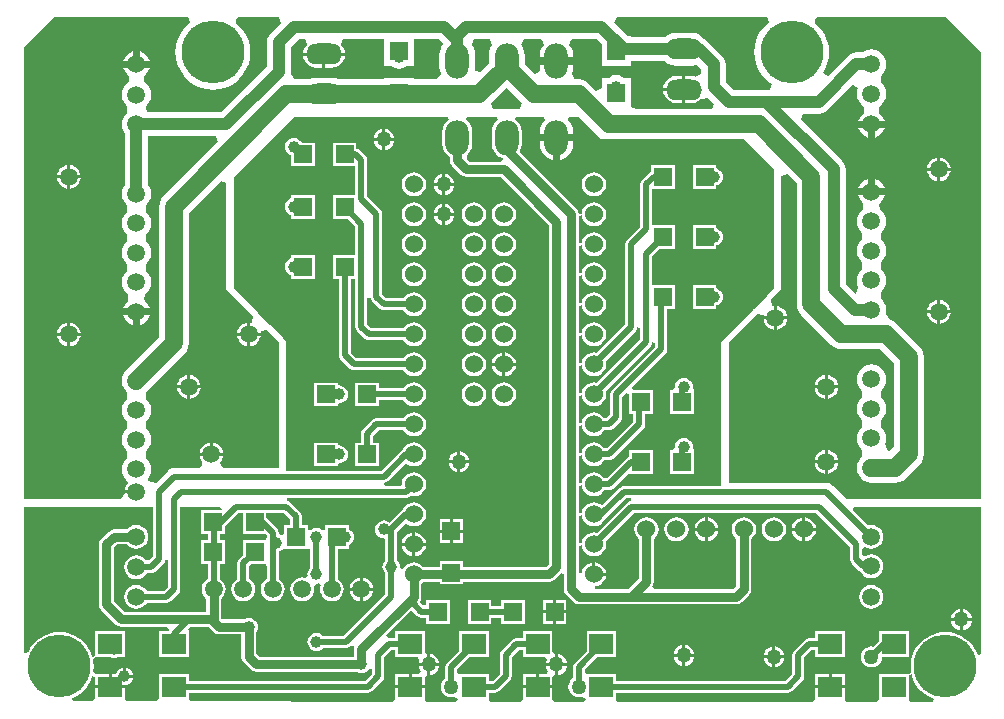
<source format=gtl>
G04 Layer_Physical_Order=1*
G04 Layer_Color=255*
%FSLAX25Y25*%
%MOIN*%
G70*
G01*
G75*
%ADD10R,0.05906X0.05906*%
%ADD11R,0.05906X0.05906*%
%ADD12R,0.07874X0.06693*%
%ADD13C,0.01969*%
%ADD14C,0.02953*%
%ADD15C,0.05906*%
%ADD16C,0.03937*%
%ADD17O,0.12000X0.07000*%
%ADD18C,0.05906*%
%ADD19C,0.20945*%
%ADD20C,0.06000*%
%ADD21O,0.07874X0.11811*%
%ADD22C,0.03937*%
%ADD23C,0.05000*%
G36*
X192579Y219305D02*
Y211968D01*
X202421D01*
Y213529D01*
X213692D01*
X214742Y212723D01*
X216072Y212172D01*
X217500Y211984D01*
X222500D01*
X223928Y212172D01*
X224482Y212402D01*
X225845Y211039D01*
X225574Y209397D01*
X223809Y208443D01*
X223675Y208498D01*
X222500Y208653D01*
X220500D01*
Y204114D01*
Y199575D01*
X222500D01*
X223675Y199730D01*
X224769Y200183D01*
X225709Y200905D01*
X225732Y200935D01*
X225745Y200945D01*
X228018Y201218D01*
X228262Y201122D01*
X230065Y199319D01*
X229312Y197500D01*
X204104D01*
X202421Y198189D01*
Y208032D01*
X200016D01*
X199486Y208439D01*
X198528Y208836D01*
X197500Y208971D01*
X196472Y208836D01*
X195515Y208439D01*
X194983Y208032D01*
X192579D01*
Y204513D01*
X190760Y203760D01*
X188510Y206010D01*
X187482Y206799D01*
X186285Y207295D01*
X185000Y207464D01*
X183714D01*
X183260Y207921D01*
X182546Y209432D01*
X182870Y210215D01*
X183059Y211653D01*
Y212441D01*
X171941D01*
Y211653D01*
X172118Y210303D01*
X171994Y210152D01*
X170358Y209280D01*
X166899Y212739D01*
Y215591D01*
X166785Y216748D01*
X166447Y217861D01*
X165899Y218887D01*
X165756Y219060D01*
X166688Y221029D01*
X172339D01*
X172689Y220600D01*
X173215Y219060D01*
X172685Y218370D01*
X172130Y217029D01*
X171941Y215591D01*
Y214803D01*
X183059D01*
Y215591D01*
X182870Y217029D01*
X182315Y218370D01*
X181785Y219060D01*
X182311Y220600D01*
X182661Y221029D01*
X190855D01*
X192579Y219305D01*
D02*
G37*
G36*
X139947Y219438D02*
X139495Y218887D01*
X138947Y217861D01*
X138609Y216748D01*
X138495Y215591D01*
Y211653D01*
X138609Y210496D01*
X138947Y209383D01*
X137740Y207464D01*
X129921D01*
Y208032D01*
X120079D01*
Y207464D01*
X104806D01*
X103928Y207828D01*
X102500Y208016D01*
X97500D01*
X96072Y207828D01*
X95194Y207464D01*
X90342D01*
X89659Y208148D01*
X88896Y209432D01*
X88971Y210000D01*
Y218355D01*
X91645Y221029D01*
X93577D01*
X94242Y219228D01*
X94264Y219060D01*
X93569Y218155D01*
X93116Y217061D01*
X93027Y216386D01*
X100000D01*
X106973D01*
X106884Y217061D01*
X106431Y218155D01*
X105736Y219060D01*
X105758Y219228D01*
X106423Y221029D01*
X120079D01*
Y211968D01*
X122484D01*
X123014Y211561D01*
X123972Y211164D01*
X125000Y211029D01*
X126028Y211164D01*
X126986Y211561D01*
X127516Y211968D01*
X129921D01*
Y221029D01*
X138355D01*
X139947Y219438D01*
D02*
G37*
G36*
X156173Y219060D02*
X156030Y218887D01*
X155482Y217861D01*
X155145Y216748D01*
X155031Y215591D01*
Y212739D01*
X152097Y209806D01*
X150846Y210273D01*
X150276Y210769D01*
X150363Y211653D01*
Y215591D01*
X150249Y216748D01*
X149911Y217861D01*
X149363Y218887D01*
X149221Y219060D01*
X150152Y221029D01*
X155242D01*
X156173Y219060D01*
D02*
G37*
G36*
X85762Y226378D02*
X82192Y222808D01*
X81561Y221986D01*
X81164Y221028D01*
X81029Y220000D01*
Y211645D01*
X65855Y196471D01*
X41139D01*
X40570Y198216D01*
X40571Y198231D01*
X40731Y198619D01*
X41010Y198833D01*
X41799Y199861D01*
X42295Y201058D01*
X42464Y202343D01*
X42295Y203627D01*
X41799Y204824D01*
X41010Y205852D01*
X40104Y206547D01*
X39944Y207542D01*
X40045Y208746D01*
X40729Y209271D01*
X41455Y210217D01*
X41911Y211318D01*
X41911Y211319D01*
X37500D01*
X33089D01*
X33089Y211318D01*
X33545Y210217D01*
X34271Y209271D01*
X34955Y208746D01*
X35056Y207542D01*
X34896Y206547D01*
X33990Y205852D01*
X33201Y204824D01*
X32705Y203627D01*
X32536Y202343D01*
X32705Y201058D01*
X33201Y199861D01*
X33990Y198833D01*
X34269Y198619D01*
X34402Y198295D01*
Y196548D01*
X34269Y196224D01*
X33990Y196010D01*
X33201Y194982D01*
X32705Y193785D01*
X32536Y192500D01*
X32705Y191215D01*
X33201Y190018D01*
X33529Y189591D01*
Y172279D01*
X33201Y171852D01*
X32705Y170655D01*
X32536Y169370D01*
X32705Y168085D01*
X33201Y166888D01*
X33990Y165860D01*
X34269Y165647D01*
X34402Y165322D01*
Y163575D01*
X34269Y163251D01*
X33990Y163037D01*
X33201Y162009D01*
X32705Y160812D01*
X32536Y159528D01*
X32705Y158243D01*
X33201Y157046D01*
X33990Y156018D01*
X34269Y155804D01*
X34402Y155480D01*
Y153733D01*
X34269Y153409D01*
X33990Y153195D01*
X33201Y152167D01*
X32705Y150970D01*
X32536Y149685D01*
X32705Y148400D01*
X33201Y147203D01*
X33990Y146175D01*
X34269Y145961D01*
X34402Y145637D01*
Y143890D01*
X34269Y143566D01*
X33990Y143352D01*
X33201Y142324D01*
X32705Y141127D01*
X32536Y139842D01*
X32705Y138558D01*
X33201Y137361D01*
X33990Y136333D01*
X34629Y135842D01*
X34807Y135271D01*
X34844Y134490D01*
X34689Y133550D01*
X34271Y133229D01*
X33545Y132283D01*
X33089Y131182D01*
X33089Y131181D01*
X37500D01*
X41911D01*
X41911Y131182D01*
X41455Y132283D01*
X40729Y133229D01*
X40311Y133550D01*
X40156Y134490D01*
X40193Y135271D01*
X40371Y135842D01*
X41010Y136333D01*
X41799Y137361D01*
X42295Y138558D01*
X42464Y139842D01*
X42295Y141127D01*
X41799Y142324D01*
X41010Y143352D01*
X40731Y143566D01*
X40598Y143890D01*
Y145637D01*
X40731Y145961D01*
X41010Y146175D01*
X41799Y147203D01*
X42295Y148400D01*
X42464Y149685D01*
X42295Y150970D01*
X41799Y152167D01*
X41010Y153195D01*
X40731Y153409D01*
X40598Y153733D01*
Y155480D01*
X40731Y155804D01*
X41010Y156018D01*
X41799Y157046D01*
X42295Y158243D01*
X42464Y159528D01*
X42295Y160812D01*
X41799Y162009D01*
X41010Y163037D01*
X40731Y163251D01*
X40598Y163575D01*
Y165322D01*
X40731Y165647D01*
X41010Y165860D01*
X41799Y166888D01*
X42295Y168085D01*
X42464Y169370D01*
X42295Y170655D01*
X41799Y171852D01*
X41471Y172279D01*
Y188529D01*
X63937D01*
X64691Y186710D01*
X46490Y168510D01*
X45701Y167482D01*
X45205Y166285D01*
X45036Y165000D01*
Y121584D01*
X33990Y110537D01*
X33201Y109509D01*
X32705Y108312D01*
X32536Y107028D01*
X32705Y105743D01*
X33201Y104546D01*
X33990Y103518D01*
X34269Y103304D01*
X34402Y102980D01*
Y101233D01*
X34269Y100909D01*
X33990Y100695D01*
X33201Y99667D01*
X32705Y98470D01*
X32536Y97185D01*
X32705Y95900D01*
X33201Y94703D01*
X33990Y93675D01*
X34269Y93462D01*
X34402Y93137D01*
Y91390D01*
X34269Y91066D01*
X33990Y90852D01*
X33201Y89824D01*
X32705Y88627D01*
X32536Y87343D01*
X32705Y86058D01*
X33201Y84861D01*
X33990Y83833D01*
X34269Y83619D01*
X34402Y83295D01*
Y81548D01*
X34269Y81224D01*
X33990Y81010D01*
X33201Y79982D01*
X32705Y78785D01*
X32536Y77500D01*
X32705Y76215D01*
X33201Y75018D01*
X33613Y74481D01*
X34681Y72819D01*
X34047Y71993D01*
X33649Y71032D01*
X33579Y70500D01*
X37500D01*
Y69500D01*
X33579D01*
X33583Y69468D01*
X32772Y68122D01*
X32126Y67500D01*
X0D01*
Y218347D01*
X10000Y228346D01*
X54688D01*
X55190Y227458D01*
X55360Y226378D01*
X54168Y225360D01*
X52896Y223871D01*
X51873Y222201D01*
X51123Y220392D01*
X50666Y218488D01*
X50513Y216535D01*
X50666Y214583D01*
X51123Y212679D01*
X51873Y210870D01*
X52896Y209200D01*
X54168Y207711D01*
X55657Y206439D01*
X57327Y205416D01*
X59136Y204667D01*
X61040Y204210D01*
X62992Y204056D01*
X64944Y204210D01*
X66848Y204667D01*
X68658Y205416D01*
X70327Y206439D01*
X71816Y207711D01*
X73088Y209200D01*
X74111Y210870D01*
X74861Y212679D01*
X75318Y214583D01*
X75472Y216535D01*
X75318Y218488D01*
X74861Y220392D01*
X74111Y222201D01*
X73088Y223871D01*
X71816Y225360D01*
X70624Y226378D01*
X70794Y227458D01*
X71296Y228346D01*
X84947D01*
X85762Y226378D01*
D02*
G37*
G36*
X248103Y227458D02*
X248273Y226378D01*
X247081Y225360D01*
X245810Y223871D01*
X244786Y222201D01*
X244037Y220392D01*
X243580Y218488D01*
X243426Y216535D01*
X243580Y214583D01*
X244037Y212679D01*
X244786Y210870D01*
X245810Y209200D01*
X247081Y207711D01*
X248570Y206439D01*
X249386Y205940D01*
X248831Y203971D01*
X236645D01*
X233971Y206645D01*
Y212500D01*
X233836Y213528D01*
X233439Y214486D01*
X232808Y215308D01*
X227808Y220308D01*
X226986Y220939D01*
X226646Y221079D01*
X226400Y221400D01*
X225258Y222277D01*
X223928Y222828D01*
X222500Y223016D01*
X217500D01*
X216072Y222828D01*
X214742Y222277D01*
X213692Y221471D01*
X202421D01*
Y221811D01*
X201305D01*
X196738Y226378D01*
X197553Y228346D01*
X247601D01*
X248103Y227458D01*
D02*
G37*
G36*
X166130Y199469D02*
X165513Y197674D01*
X165368Y197500D01*
X156561Y197500D01*
X156416Y197674D01*
X155799Y199469D01*
X160965Y204634D01*
X166130Y199469D01*
D02*
G37*
G36*
X318898Y216535D02*
X318898Y67500D01*
X274212D01*
X269606Y72106D01*
X268989Y72579D01*
X268271Y72877D01*
X267500Y72978D01*
X235000D01*
X235000Y120000D01*
X244340Y129340D01*
X246472Y128997D01*
X246624Y128840D01*
X246579Y128500D01*
X250000D01*
Y131921D01*
X249660Y131876D01*
X249503Y132028D01*
X249160Y134160D01*
X252500Y137500D01*
X252500Y175196D01*
X254468Y176012D01*
X257536Y172944D01*
Y132500D01*
X257705Y131215D01*
X258201Y130018D01*
X258990Y128990D01*
X268990Y118990D01*
X270018Y118201D01*
X271215Y117705D01*
X272500Y117536D01*
X285444D01*
X290036Y112944D01*
Y85122D01*
X288427Y83688D01*
X288063Y83747D01*
X287619Y84304D01*
X287011Y85845D01*
X287295Y86530D01*
X287464Y87815D01*
X287295Y89100D01*
X286799Y90297D01*
X286010Y91325D01*
X285731Y91539D01*
X285598Y91863D01*
Y93610D01*
X285731Y93934D01*
X286010Y94148D01*
X286799Y95176D01*
X287295Y96373D01*
X287464Y97658D01*
X287295Y98942D01*
X286799Y100139D01*
X286010Y101167D01*
X285731Y101381D01*
X285598Y101705D01*
Y103452D01*
X285731Y103776D01*
X286010Y103990D01*
X286799Y105018D01*
X287295Y106215D01*
X287464Y107500D01*
X287295Y108785D01*
X286799Y109982D01*
X286010Y111010D01*
X284982Y111799D01*
X283785Y112295D01*
X282500Y112464D01*
X281215Y112295D01*
X280018Y111799D01*
X278990Y111010D01*
X278201Y109982D01*
X277705Y108785D01*
X277536Y107500D01*
X277705Y106215D01*
X278201Y105018D01*
X278990Y103990D01*
X279269Y103776D01*
X279402Y103452D01*
Y101705D01*
X279269Y101381D01*
X278990Y101167D01*
X278201Y100139D01*
X277705Y98942D01*
X277536Y97658D01*
X277705Y96373D01*
X278201Y95176D01*
X278990Y94148D01*
X279269Y93934D01*
X279402Y93610D01*
Y91863D01*
X279269Y91539D01*
X278990Y91325D01*
X278201Y90297D01*
X277705Y89100D01*
X277536Y87815D01*
X277705Y86530D01*
X278201Y85333D01*
X278990Y84305D01*
X279269Y84091D01*
X279402Y83767D01*
Y82020D01*
X279269Y81696D01*
X278990Y81482D01*
X278201Y80454D01*
X277705Y79257D01*
X277536Y77972D01*
X277705Y76688D01*
X278201Y75491D01*
X278990Y74463D01*
X280018Y73674D01*
X281215Y73178D01*
X282500Y73009D01*
X290472D01*
X291757Y73178D01*
X292954Y73674D01*
X293982Y74463D01*
X298510Y78990D01*
X299299Y80018D01*
X299795Y81215D01*
X299964Y82500D01*
Y115000D01*
X299795Y116285D01*
X299299Y117482D01*
X298510Y118510D01*
X291010Y126010D01*
X289982Y126799D01*
X288785Y127295D01*
X288548Y127326D01*
X287308Y129227D01*
X287305Y129246D01*
X287306Y129432D01*
X287464Y130630D01*
X287295Y131915D01*
X286799Y133112D01*
X286010Y134140D01*
X285731Y134353D01*
X285598Y134678D01*
Y136425D01*
X285731Y136749D01*
X286010Y136963D01*
X286799Y137991D01*
X287295Y139188D01*
X287464Y140472D01*
X287295Y141757D01*
X286799Y142954D01*
X286010Y143982D01*
X285731Y144196D01*
X285598Y144520D01*
Y146267D01*
X285731Y146591D01*
X286010Y146805D01*
X286799Y147833D01*
X287295Y149030D01*
X287464Y150315D01*
X287295Y151600D01*
X286799Y152797D01*
X286010Y153825D01*
X285731Y154039D01*
X285598Y154363D01*
Y156110D01*
X285731Y156434D01*
X286010Y156648D01*
X286799Y157676D01*
X287295Y158873D01*
X287464Y160158D01*
X287295Y161442D01*
X286799Y162639D01*
X286010Y163667D01*
X285371Y164158D01*
X285193Y164729D01*
X285156Y165510D01*
X285311Y166450D01*
X285729Y166771D01*
X286455Y167717D01*
X286911Y168818D01*
X286911Y168819D01*
X282500D01*
X278089D01*
X278089Y168818D01*
X278545Y167717D01*
X279271Y166771D01*
X279689Y166450D01*
X279844Y165510D01*
X279807Y164729D01*
X279629Y164158D01*
X278990Y163667D01*
X278201Y162639D01*
X277705Y161442D01*
X277536Y160158D01*
X277705Y158873D01*
X278201Y157676D01*
X278990Y156648D01*
X279269Y156434D01*
X279402Y156110D01*
Y154363D01*
X279269Y154039D01*
X278990Y153825D01*
X278201Y152797D01*
X277705Y151600D01*
X277536Y150315D01*
X277705Y149030D01*
X278201Y147833D01*
X278990Y146805D01*
X279269Y146591D01*
X279402Y146267D01*
Y144520D01*
X279269Y144196D01*
X278990Y143982D01*
X278201Y142954D01*
X277705Y141757D01*
X277536Y140472D01*
X277705Y139188D01*
X278157Y138098D01*
X278186Y137956D01*
X277309Y135920D01*
X277215Y135901D01*
X273971Y139145D01*
Y177500D01*
X273836Y178528D01*
X273439Y179485D01*
X272808Y180308D01*
X258905Y194210D01*
X259659Y196029D01*
X265000D01*
X266028Y196164D01*
X266986Y196561D01*
X267808Y197192D01*
X276294Y205678D01*
X277962Y204563D01*
X277705Y203942D01*
X277536Y202658D01*
X277705Y201373D01*
X278201Y200176D01*
X278990Y199148D01*
X279896Y198453D01*
X280056Y197458D01*
X279955Y196254D01*
X279271Y195729D01*
X278545Y194783D01*
X278089Y193682D01*
X278089Y193681D01*
X282500D01*
X286911D01*
X286911Y193682D01*
X286455Y194783D01*
X285729Y195729D01*
X285045Y196254D01*
X284944Y197458D01*
X285104Y198453D01*
X286010Y199148D01*
X286799Y200176D01*
X287295Y201373D01*
X287464Y202658D01*
X287295Y203942D01*
X286799Y205139D01*
X286010Y206167D01*
X285731Y206381D01*
X285598Y206705D01*
Y208452D01*
X285731Y208776D01*
X286010Y208990D01*
X286799Y210018D01*
X287295Y211215D01*
X287464Y212500D01*
X287295Y213785D01*
X286799Y214982D01*
X286010Y216010D01*
X284982Y216799D01*
X283785Y217295D01*
X282500Y217464D01*
X281215Y217295D01*
X280018Y216799D01*
X279591Y216471D01*
X277500D01*
X276472Y216336D01*
X275515Y215939D01*
X274692Y215308D01*
X267876Y208492D01*
X266320Y209719D01*
X267025Y210870D01*
X267774Y212679D01*
X268231Y214583D01*
X268385Y216535D01*
X268231Y218488D01*
X267774Y220392D01*
X267025Y222201D01*
X266002Y223871D01*
X264730Y225360D01*
X263538Y226378D01*
X263708Y227458D01*
X264210Y228346D01*
X307087D01*
X318898Y216535D01*
D02*
G37*
G36*
X192500Y187500D02*
X240000D01*
X250000Y177500D01*
X250000Y137838D01*
X247741Y135580D01*
X247652Y135446D01*
X247534Y135336D01*
X247436Y135123D01*
X247306Y134928D01*
X247276Y134776D01*
X243724Y131224D01*
X243572Y131194D01*
X243377Y131064D01*
X243164Y130966D01*
X243054Y130848D01*
X242920Y130759D01*
X233581Y121419D01*
X233146Y120768D01*
X233115Y120615D01*
X232500Y120000D01*
Y72023D01*
X200000D01*
X199226Y71869D01*
X198569Y71431D01*
X192648Y65510D01*
X192017Y65994D01*
X191044Y66397D01*
X190000Y66535D01*
X188956Y66397D01*
X187983Y65994D01*
X187147Y65353D01*
X186506Y64517D01*
X186103Y63544D01*
X186009Y62832D01*
X185025Y62896D01*
Y72104D01*
X186009Y72168D01*
X186047Y71884D01*
X186103Y71456D01*
X186506Y70483D01*
X187147Y69647D01*
X187983Y69006D01*
X188956Y68603D01*
X190000Y68466D01*
X191044Y68603D01*
X192017Y69006D01*
X192853Y69647D01*
X193490Y70477D01*
X195000D01*
X195774Y70631D01*
X196431Y71069D01*
X200902Y75541D01*
X201658Y76047D01*
Y76047D01*
X201658Y76047D01*
X209563D01*
Y83953D01*
X201658D01*
Y81823D01*
X201069Y81431D01*
X194374Y74735D01*
X193287Y74787D01*
X192853Y75353D01*
X192017Y75994D01*
X191044Y76397D01*
X190000Y76534D01*
X188956Y76397D01*
X187983Y75994D01*
X187147Y75353D01*
X186506Y74517D01*
X186103Y73544D01*
X186047Y73116D01*
X186009Y72832D01*
X185025Y72896D01*
Y82104D01*
X186009Y82168D01*
X186103Y81456D01*
X186506Y80483D01*
X187147Y79647D01*
X187983Y79006D01*
X188956Y78603D01*
X190000Y78465D01*
X191044Y78603D01*
X192017Y79006D01*
X192853Y79647D01*
X193490Y80477D01*
X195000D01*
X195774Y80631D01*
X196431Y81069D01*
X206431Y91069D01*
X206869Y91726D01*
X207023Y92500D01*
Y96047D01*
X209563D01*
Y103953D01*
X203100D01*
X202723Y104862D01*
X213931Y116069D01*
X214369Y116726D01*
X214523Y117500D01*
Y131047D01*
X217063D01*
Y138953D01*
X209523D01*
Y148552D01*
X212019Y151047D01*
X217063D01*
Y158953D01*
X209523D01*
Y171047D01*
X217063D01*
Y178953D01*
X209157D01*
Y176823D01*
X208569Y176431D01*
X206069Y173931D01*
X205631Y173274D01*
X205477Y172500D01*
Y158338D01*
X201069Y153931D01*
X200631Y153274D01*
X200477Y152500D01*
Y125838D01*
X191037Y116398D01*
X190000Y116534D01*
X188956Y116397D01*
X187983Y115994D01*
X187147Y115353D01*
X186506Y114517D01*
X186103Y113544D01*
X186009Y112832D01*
X185025Y112896D01*
Y122104D01*
X186009Y122168D01*
X186047Y121884D01*
X186103Y121456D01*
X186506Y120483D01*
X187147Y119647D01*
X187983Y119006D01*
X188956Y118603D01*
X190000Y118465D01*
X191044Y118603D01*
X192017Y119006D01*
X192853Y119647D01*
X193494Y120483D01*
X193897Y121456D01*
X194035Y122500D01*
X193897Y123544D01*
X193494Y124517D01*
X192853Y125353D01*
X192017Y125994D01*
X191044Y126397D01*
X190000Y126534D01*
X188956Y126397D01*
X187983Y125994D01*
X187147Y125353D01*
X186506Y124517D01*
X186103Y123544D01*
X186047Y123116D01*
X186009Y122832D01*
X185025Y122896D01*
Y132104D01*
X186009Y132168D01*
X186047Y131884D01*
X186103Y131456D01*
X186506Y130483D01*
X187147Y129647D01*
X187983Y129006D01*
X188956Y128603D01*
X190000Y128465D01*
X191044Y128603D01*
X192017Y129006D01*
X192853Y129647D01*
X193494Y130483D01*
X193897Y131456D01*
X194035Y132500D01*
X193897Y133544D01*
X193494Y134517D01*
X192853Y135353D01*
X192017Y135994D01*
X191044Y136397D01*
X190000Y136535D01*
X188956Y136397D01*
X187983Y135994D01*
X187147Y135353D01*
X186506Y134517D01*
X186103Y133544D01*
X186047Y133116D01*
X186009Y132832D01*
X185025Y132896D01*
Y142104D01*
X186009Y142168D01*
X186047Y141884D01*
X186103Y141456D01*
X186506Y140483D01*
X187147Y139647D01*
X187983Y139006D01*
X188956Y138603D01*
X190000Y138465D01*
X191044Y138603D01*
X192017Y139006D01*
X192853Y139647D01*
X193494Y140483D01*
X193897Y141456D01*
X194035Y142500D01*
X193897Y143544D01*
X193494Y144517D01*
X192853Y145353D01*
X192017Y145994D01*
X191044Y146397D01*
X190000Y146535D01*
X188956Y146397D01*
X187983Y145994D01*
X187147Y145353D01*
X186506Y144517D01*
X186103Y143544D01*
X186047Y143116D01*
X186009Y142832D01*
X185025Y142896D01*
Y152104D01*
X186009Y152168D01*
X186047Y151884D01*
X186103Y151456D01*
X186506Y150483D01*
X187147Y149647D01*
X187983Y149006D01*
X188956Y148603D01*
X190000Y148466D01*
X191044Y148603D01*
X192017Y149006D01*
X192853Y149647D01*
X193494Y150483D01*
X193897Y151456D01*
X194035Y152500D01*
X193897Y153544D01*
X193494Y154517D01*
X192853Y155353D01*
X192017Y155994D01*
X191044Y156397D01*
X190000Y156535D01*
X188956Y156397D01*
X187983Y155994D01*
X187147Y155353D01*
X186506Y154517D01*
X186103Y153544D01*
X186047Y153116D01*
X186009Y152832D01*
X185025Y152896D01*
Y161546D01*
X185025Y162104D01*
X186009Y162168D01*
X186103Y161456D01*
X186506Y160483D01*
X187147Y159647D01*
X187983Y159006D01*
X188956Y158603D01*
X190000Y158466D01*
X191044Y158603D01*
X192017Y159006D01*
X192853Y159647D01*
X193494Y160483D01*
X193897Y161456D01*
X194035Y162500D01*
X193897Y163544D01*
X193494Y164517D01*
X192853Y165353D01*
X192017Y165994D01*
X191044Y166397D01*
X190000Y166534D01*
X188956Y166397D01*
X187983Y165994D01*
X187147Y165353D01*
X186506Y164517D01*
X186103Y163544D01*
X185976Y162580D01*
X185025Y162500D01*
X184833Y163466D01*
X184285Y164285D01*
X165156Y183415D01*
X165277Y183573D01*
X165775Y184774D01*
X165944Y186063D01*
Y190000D01*
X165775Y191289D01*
X165277Y192490D01*
X164486Y193521D01*
X163841Y194016D01*
X164175Y195000D01*
X173345D01*
X173679Y194016D01*
X173569Y193931D01*
X172685Y192780D01*
X172130Y191439D01*
X171941Y190000D01*
Y189213D01*
X177500D01*
X183059D01*
Y190000D01*
X182870Y191439D01*
X182315Y192780D01*
X181431Y193931D01*
X181321Y194016D01*
X181655Y195000D01*
X185000D01*
X192500Y187500D01*
D02*
G37*
G36*
X158088Y194016D02*
X157443Y193521D01*
X156652Y192490D01*
X156155Y191289D01*
X155985Y190000D01*
Y186063D01*
X156155Y184774D01*
X156652Y183573D01*
X157443Y182542D01*
X158475Y181751D01*
X159579Y181293D01*
X159704Y181185D01*
X159777Y181009D01*
X159120Y180025D01*
X148546D01*
X147565Y181006D01*
X147651Y182312D01*
X147950Y182542D01*
X148742Y183573D01*
X149239Y184774D01*
X149409Y186063D01*
Y190000D01*
X149239Y191289D01*
X148742Y192490D01*
X147950Y193521D01*
X147306Y194016D01*
X147640Y195000D01*
X157754D01*
X158088Y194016D01*
D02*
G37*
G36*
X67500Y172908D02*
Y137500D01*
X76340Y128660D01*
X75997Y126528D01*
X75840Y126376D01*
X75500Y126421D01*
Y123000D01*
X78921D01*
X78876Y123340D01*
X79028Y123497D01*
X81160Y123840D01*
X85000Y120000D01*
Y77978D01*
X66334D01*
X65778Y78911D01*
X65523Y79947D01*
X65953Y80507D01*
X66351Y81468D01*
X66421Y82000D01*
X58579D01*
X58649Y81468D01*
X59047Y80507D01*
X59477Y79947D01*
X59222Y78911D01*
X58666Y77978D01*
X50000D01*
X50000Y77978D01*
X49229Y77877D01*
X48511Y77579D01*
X47894Y77106D01*
X43893Y73105D01*
X41521Y73516D01*
X41201Y74192D01*
X41387Y74481D01*
X41799Y75018D01*
X42295Y76215D01*
X42464Y77500D01*
X42295Y78785D01*
X41799Y79982D01*
X41010Y81010D01*
X40731Y81224D01*
X40598Y81548D01*
Y83295D01*
X40731Y83619D01*
X41010Y83833D01*
X41799Y84861D01*
X42295Y86058D01*
X42464Y87343D01*
X42295Y88627D01*
X41799Y89824D01*
X41010Y90852D01*
X40731Y91066D01*
X40598Y91390D01*
Y93137D01*
X40731Y93462D01*
X41010Y93675D01*
X41799Y94703D01*
X42295Y95900D01*
X42464Y97185D01*
X42295Y98470D01*
X41799Y99667D01*
X41010Y100695D01*
X40731Y100909D01*
X40598Y101233D01*
Y102980D01*
X40731Y103304D01*
X41010Y103518D01*
X53510Y116018D01*
X54299Y117046D01*
X54795Y118243D01*
X54964Y119528D01*
Y162944D01*
X65681Y173662D01*
X67500Y172908D01*
D02*
G37*
G36*
X205477Y124750D02*
Y120838D01*
X191037Y106398D01*
X190000Y106535D01*
X188956Y106397D01*
X187983Y105994D01*
X187147Y105353D01*
X186506Y104517D01*
X186103Y103544D01*
X186009Y102832D01*
X185025Y102896D01*
Y112104D01*
X186009Y112168D01*
X186103Y111456D01*
X186506Y110483D01*
X187147Y109647D01*
X187983Y109006D01*
X188956Y108603D01*
X190000Y108466D01*
X191044Y108603D01*
X192017Y109006D01*
X192853Y109647D01*
X193494Y110483D01*
X193897Y111456D01*
X194035Y112500D01*
X193898Y113537D01*
X203931Y123569D01*
X204369Y124226D01*
X204493Y124847D01*
X205477Y124750D01*
D02*
G37*
G36*
X210477Y119750D02*
Y118338D01*
X196069Y103931D01*
X195631Y103274D01*
X195477Y102500D01*
Y95838D01*
X194374Y94735D01*
X193287Y94787D01*
X192853Y95353D01*
X192017Y95994D01*
X191044Y96397D01*
X190000Y96535D01*
X188956Y96397D01*
X187983Y95994D01*
X187147Y95353D01*
X186506Y94517D01*
X186103Y93544D01*
X186009Y92832D01*
X185025Y92896D01*
Y102104D01*
X186009Y102168D01*
X186103Y101456D01*
X186506Y100483D01*
X187147Y99647D01*
X187983Y99006D01*
X188956Y98603D01*
X190000Y98466D01*
X191044Y98603D01*
X192017Y99006D01*
X192853Y99647D01*
X193494Y100483D01*
X193897Y101456D01*
X194035Y102500D01*
X193898Y103537D01*
X208931Y118569D01*
X209369Y119226D01*
X209493Y119847D01*
X210477Y119750D01*
D02*
G37*
G36*
X201658Y102510D02*
Y96047D01*
X202977D01*
Y93338D01*
X194374Y84735D01*
X193287Y84787D01*
X192853Y85353D01*
X192017Y85994D01*
X191044Y86397D01*
X190000Y86535D01*
X188956Y86397D01*
X187983Y85994D01*
X187147Y85353D01*
X186506Y84517D01*
X186103Y83544D01*
X186009Y82832D01*
X185025Y82896D01*
Y92104D01*
X186009Y92168D01*
X186103Y91456D01*
X186506Y90483D01*
X187147Y89647D01*
X187983Y89006D01*
X188956Y88603D01*
X190000Y88465D01*
X191044Y88603D01*
X192017Y89006D01*
X192853Y89647D01*
X193490Y90477D01*
X195000D01*
X195774Y90631D01*
X196431Y91069D01*
X198931Y93569D01*
X199369Y94226D01*
X199523Y95000D01*
Y101662D01*
X200748Y102887D01*
X201658Y102510D01*
D02*
G37*
G36*
X141553Y194016D02*
X140908Y193521D01*
X140117Y192490D01*
X139619Y191289D01*
X139450Y190000D01*
Y186063D01*
X139619Y184774D01*
X140117Y183573D01*
X140908Y182542D01*
X141904Y181778D01*
Y180571D01*
X142096Y179605D01*
X142644Y178786D01*
X145715Y175715D01*
X146534Y175167D01*
X147500Y174975D01*
X158954D01*
X174975Y158954D01*
Y46046D01*
X173954Y45025D01*
X146453D01*
Y47063D01*
X138547D01*
Y45025D01*
X133105D01*
X132853Y45353D01*
X132017Y45994D01*
X131044Y46397D01*
X130000Y46534D01*
X128956Y46397D01*
X127983Y45994D01*
X127147Y45353D01*
X126506Y44517D01*
X126385Y44225D01*
X125426Y44482D01*
X125494Y45000D01*
X125392Y45775D01*
X125093Y46497D01*
X124617Y47117D01*
X124523Y47189D01*
Y56662D01*
X127351Y59490D01*
X127983Y59006D01*
X128956Y58603D01*
X130000Y58465D01*
X131044Y58603D01*
X132017Y59006D01*
X132853Y59647D01*
X133494Y60483D01*
X133897Y61456D01*
X134035Y62500D01*
X133897Y63544D01*
X133494Y64517D01*
X132853Y65353D01*
X132017Y65994D01*
X131044Y66397D01*
X130000Y66535D01*
X128956Y66397D01*
X127983Y65994D01*
X127147Y65353D01*
X126506Y64517D01*
X126337Y64109D01*
X126069Y63931D01*
X121913Y59774D01*
X121497Y60093D01*
X120775Y60392D01*
X120000Y60494D01*
X119225Y60392D01*
X118503Y60093D01*
X117883Y59617D01*
X117407Y58997D01*
X117108Y58275D01*
X117006Y57500D01*
X117108Y56725D01*
X117407Y56003D01*
X117883Y55383D01*
X118503Y54907D01*
X119225Y54608D01*
X120000Y54506D01*
X120477Y54088D01*
Y47189D01*
X120383Y47117D01*
X119907Y46497D01*
X119608Y45775D01*
X119506Y45000D01*
X119608Y44225D01*
X119907Y43503D01*
X120383Y42883D01*
X120477Y42811D01*
Y35838D01*
X106662Y22023D01*
X99689D01*
X99617Y22117D01*
X98997Y22593D01*
X98275Y22892D01*
X97500Y22994D01*
X96725Y22892D01*
X96003Y22593D01*
X95383Y22117D01*
X94907Y21497D01*
X94608Y20775D01*
X94506Y20000D01*
X94608Y19225D01*
X94907Y18503D01*
X95383Y17883D01*
X96003Y17407D01*
X96725Y17108D01*
X97500Y17006D01*
X98275Y17108D01*
X98997Y17407D01*
X99617Y17883D01*
X99689Y17977D01*
X107500D01*
X108274Y18131D01*
X108931Y18569D01*
X109141Y18780D01*
X110111Y18461D01*
X110154Y18401D01*
X109975Y17500D01*
Y15025D01*
X78546D01*
X77525Y16046D01*
Y23414D01*
X77593Y23503D01*
X77892Y24225D01*
X77994Y25000D01*
X77892Y25775D01*
X77593Y26497D01*
X77117Y27117D01*
X76497Y27593D01*
X75775Y27892D01*
X75000Y27994D01*
X74225Y27892D01*
X73503Y27593D01*
X73414Y27525D01*
X66046D01*
X65812Y27758D01*
Y34455D01*
X66106Y34681D01*
X66740Y35507D01*
X67138Y36468D01*
X67274Y37500D01*
X67138Y38532D01*
X66740Y39493D01*
X66106Y40319D01*
X65311Y40930D01*
Y46047D01*
X67063D01*
Y53953D01*
X65311D01*
Y56047D01*
X67063D01*
Y58592D01*
X71448Y62977D01*
X72937D01*
Y56047D01*
X80481D01*
X80949Y55579D01*
Y54893D01*
X80843Y53953D01*
X79965Y53953D01*
X72937D01*
Y48908D01*
X71699Y47671D01*
X71261Y47014D01*
X71107Y46240D01*
Y40930D01*
X70311Y40319D01*
X69677Y39493D01*
X69279Y38532D01*
X69143Y37500D01*
X69279Y36468D01*
X69677Y35507D01*
X70311Y34681D01*
X71136Y34047D01*
X72098Y33649D01*
X73130Y33513D01*
X74162Y33649D01*
X75123Y34047D01*
X75949Y34681D01*
X76583Y35507D01*
X76981Y36468D01*
X77117Y37500D01*
X76981Y38532D01*
X76583Y39493D01*
X75949Y40319D01*
X75153Y40930D01*
Y45330D01*
X75870Y46047D01*
X80843Y46047D01*
X80949Y45107D01*
Y40930D01*
X80153Y40319D01*
X79520Y39493D01*
X79121Y38532D01*
X78986Y37500D01*
X79121Y36468D01*
X79520Y35507D01*
X80153Y34681D01*
X80979Y34047D01*
X81941Y33649D01*
X82972Y33513D01*
X84004Y33649D01*
X84966Y34047D01*
X85792Y34681D01*
X86425Y35507D01*
X86823Y36468D01*
X86959Y37500D01*
X86823Y38532D01*
X86425Y39493D01*
X85792Y40319D01*
X84996Y40930D01*
Y50199D01*
X85497Y50407D01*
X85832Y50664D01*
X86658Y51047D01*
X94563D01*
Y51047D01*
X95477Y50877D01*
Y44689D01*
X95383Y44617D01*
X94907Y43997D01*
X94608Y43275D01*
X94506Y42500D01*
X94555Y42123D01*
X94069Y41593D01*
X93863Y41435D01*
X93699Y41370D01*
X92815Y41487D01*
X91783Y41351D01*
X90821Y40953D01*
X89996Y40319D01*
X89362Y39493D01*
X88964Y38532D01*
X88828Y37500D01*
X88964Y36468D01*
X89362Y35507D01*
X89996Y34681D01*
X90821Y34047D01*
X91783Y33649D01*
X92815Y33513D01*
X93847Y33649D01*
X94808Y34047D01*
X95634Y34681D01*
X96268Y35507D01*
X96666Y36468D01*
X96802Y37500D01*
X96666Y38532D01*
X96626Y38628D01*
X97235Y39421D01*
X98261Y39534D01*
X98461Y39379D01*
X98922Y38811D01*
X98807Y38532D01*
X98671Y37500D01*
X98807Y36468D01*
X99205Y35507D01*
X99838Y34681D01*
X100664Y34047D01*
X101626Y33649D01*
X102657Y33513D01*
X103689Y33649D01*
X104651Y34047D01*
X105477Y34681D01*
X106110Y35507D01*
X106509Y36468D01*
X106644Y37500D01*
X106509Y38532D01*
X106110Y39493D01*
X105477Y40319D01*
X104681Y40930D01*
Y51047D01*
X108343D01*
Y52343D01*
X108497Y52407D01*
X109117Y52883D01*
X109593Y53503D01*
X109892Y54225D01*
X109994Y55000D01*
X109892Y55775D01*
X109593Y56497D01*
X109117Y57117D01*
X108497Y57593D01*
X108343Y57657D01*
Y58953D01*
X100437D01*
Y57665D01*
X100055Y57410D01*
X99453Y57243D01*
X98997Y57593D01*
X98275Y57892D01*
X97500Y57994D01*
X96725Y57892D01*
X96003Y57593D01*
X95547Y57243D01*
X94945Y57410D01*
X94563Y57665D01*
Y58953D01*
X92633D01*
Y61890D01*
X92479Y62664D01*
X92041Y63320D01*
X88931Y66431D01*
X88274Y66869D01*
X87653Y66993D01*
X87750Y67977D01*
X127500D01*
X128274Y68131D01*
X128931Y68569D01*
X128963Y68602D01*
X130000Y68466D01*
X131044Y68603D01*
X132017Y69006D01*
X132853Y69647D01*
X133494Y70483D01*
X133897Y71456D01*
X134035Y72500D01*
X133897Y73544D01*
X133494Y74517D01*
X132853Y75353D01*
X132017Y75994D01*
X131044Y76397D01*
X130000Y76534D01*
X128956Y76397D01*
X127983Y75994D01*
X127147Y75353D01*
X126506Y74517D01*
X126103Y73544D01*
X125965Y72500D01*
X125547Y72023D01*
X120250D01*
X120153Y73007D01*
X120774Y73131D01*
X121431Y73569D01*
X127351Y79490D01*
X127983Y79006D01*
X128956Y78603D01*
X130000Y78465D01*
X131044Y78603D01*
X132017Y79006D01*
X132853Y79647D01*
X133494Y80483D01*
X133897Y81456D01*
X134035Y82500D01*
X133897Y83544D01*
X133494Y84517D01*
X132853Y85353D01*
X132017Y85994D01*
X131044Y86397D01*
X130000Y86535D01*
X128956Y86397D01*
X127983Y85994D01*
X127147Y85353D01*
X126506Y84517D01*
X126337Y84109D01*
X126069Y83931D01*
X119162Y77023D01*
X87500D01*
Y120000D01*
X86885Y120615D01*
X86854Y120768D01*
X86419Y121419D01*
X82580Y125259D01*
X82446Y125348D01*
X82336Y125466D01*
X82123Y125564D01*
X81928Y125694D01*
X81776Y125724D01*
X78224Y129276D01*
X78194Y129429D01*
X78064Y129623D01*
X77966Y129836D01*
X77848Y129946D01*
X77759Y130080D01*
X70000Y137838D01*
Y175000D01*
X90000Y195000D01*
X141218Y195000D01*
X141553Y194016D01*
D02*
G37*
G36*
X202347Y66993D02*
X201726Y66869D01*
X201069Y66431D01*
X191037Y56398D01*
X190000Y56534D01*
X188956Y56397D01*
X187983Y55994D01*
X187147Y55353D01*
X186506Y54517D01*
X186103Y53544D01*
X186009Y52832D01*
X185025Y52896D01*
Y62104D01*
X186009Y62168D01*
X186103Y61456D01*
X186506Y60483D01*
X187147Y59647D01*
X187983Y59006D01*
X188956Y58603D01*
X190000Y58465D01*
X191044Y58603D01*
X192017Y59006D01*
X192853Y59647D01*
X193494Y60483D01*
X193663Y60891D01*
X193931Y61069D01*
X200838Y67977D01*
X202250D01*
X202347Y66993D01*
D02*
G37*
G36*
X88587Y61052D02*
Y58953D01*
X86658D01*
Y56041D01*
X85817Y55596D01*
X84996Y56064D01*
Y56417D01*
X84842Y57191D01*
X84403Y57848D01*
X80843Y61408D01*
Y62977D01*
X86662D01*
X88587Y61052D01*
D02*
G37*
G36*
X318898Y15848D02*
X317913Y15652D01*
X317340Y17036D01*
X316397Y18575D01*
X315224Y19948D01*
X313851Y21121D01*
X312311Y22065D01*
X310643Y22756D01*
X308887Y23177D01*
X307087Y23319D01*
X305286Y23177D01*
X303531Y22756D01*
X301862Y22065D01*
X300322Y21121D01*
X298949Y19948D01*
X297777Y18575D01*
X296833Y17036D01*
X296142Y15367D01*
X295720Y13611D01*
X295579Y11811D01*
X295720Y10011D01*
X295823Y9584D01*
X294868Y9347D01*
X285063D01*
Y997D01*
X284344Y13D01*
X274398Y18D01*
X273677Y654D01*
X273677Y1003D01*
Y4500D01*
X268740D01*
X263803D01*
Y1008D01*
X263079Y25D01*
X198176Y61D01*
X197437Y654D01*
X197437Y1046D01*
Y2977D01*
X254567D01*
X255341Y3131D01*
X255997Y3569D01*
X259541Y7113D01*
X259979Y7769D01*
X260133Y8543D01*
Y14772D01*
X262511Y17150D01*
X263803D01*
Y14827D01*
X273677D01*
Y23520D01*
X263803D01*
Y21196D01*
X261673D01*
X260899Y21042D01*
X260243Y20604D01*
X256680Y17041D01*
X256241Y16385D01*
X256087Y15610D01*
Y9381D01*
X253729Y7023D01*
X197437D01*
Y9347D01*
X187563D01*
X187023Y10107D01*
Y10835D01*
X191015Y14827D01*
X197437D01*
Y23520D01*
X187563D01*
Y17097D01*
X183569Y13104D01*
X183131Y12447D01*
X182977Y11673D01*
Y7859D01*
X182504Y7496D01*
X181943Y6765D01*
X181590Y5914D01*
X181470Y5000D01*
X181590Y4086D01*
X181943Y3235D01*
X182504Y2504D01*
X183235Y1943D01*
X184086Y1590D01*
X185000Y1470D01*
X185914Y1590D01*
X186002Y1627D01*
X187137Y1138D01*
X187234Y881D01*
X186650Y67D01*
X176921Y73D01*
X176177Y654D01*
X176177Y1058D01*
Y4500D01*
X171240D01*
Y5000D01*
D01*
Y4500D01*
X166303D01*
Y1063D01*
X165557Y79D01*
X155686Y85D01*
X154937Y654D01*
X154937Y1070D01*
Y2977D01*
X157067D01*
X157841Y3131D01*
X158498Y3569D01*
X162041Y7113D01*
X162479Y7769D01*
X162633Y8543D01*
Y14772D01*
X165011Y17150D01*
X166303D01*
Y14827D01*
X173718D01*
X174268Y13842D01*
X174090Y13414D01*
X174036Y13000D01*
X177000D01*
Y16107D01*
X176177Y16724D01*
Y23520D01*
X166303D01*
Y21196D01*
X164173D01*
X163399Y21042D01*
X162743Y20604D01*
X159180Y17041D01*
X158741Y16385D01*
X158587Y15610D01*
Y9381D01*
X156229Y7023D01*
X154937D01*
Y9347D01*
X145063D01*
X144523Y10107D01*
Y10835D01*
X148515Y14827D01*
X154937D01*
Y23520D01*
X145063D01*
Y17097D01*
X141069Y13104D01*
X140631Y12447D01*
X140477Y11673D01*
Y7859D01*
X140004Y7496D01*
X139443Y6765D01*
X139090Y5914D01*
X138970Y5000D01*
X139090Y4086D01*
X139443Y3235D01*
X140004Y2504D01*
X140735Y1943D01*
X141586Y1590D01*
X142500Y1470D01*
X143414Y1590D01*
X143476Y1616D01*
X144621Y1122D01*
X144699Y915D01*
X144106Y91D01*
X134431Y97D01*
X133677Y654D01*
X133677Y1081D01*
Y4500D01*
X128740D01*
X123803D01*
Y1087D01*
X123047Y103D01*
X55709Y141D01*
X54937Y654D01*
X54937Y1125D01*
Y2977D01*
X114567D01*
X115341Y3131D01*
X115998Y3569D01*
X119541Y7113D01*
X119979Y7769D01*
X120133Y8543D01*
Y14772D01*
X122511Y17150D01*
X123803D01*
Y14827D01*
X131218D01*
X131768Y13842D01*
X131590Y13414D01*
X131536Y13000D01*
X134500D01*
Y16107D01*
X133677Y16724D01*
Y23520D01*
X123803D01*
Y21196D01*
X121673D01*
X120880Y22042D01*
X120853Y22283D01*
X129105Y30534D01*
X131069Y28569D01*
X131726Y28131D01*
X132500Y27977D01*
X134158D01*
Y26047D01*
X142063D01*
Y33953D01*
X134158D01*
Y32421D01*
X133173Y32188D01*
X132023Y33338D01*
Y33570D01*
X132333Y34034D01*
X132525Y35000D01*
Y39395D01*
X132853Y39647D01*
X133105Y39975D01*
X138547D01*
Y39158D01*
X146453D01*
Y39975D01*
X175000D01*
X175966Y40167D01*
X176785Y40715D01*
X178991Y42920D01*
X179975Y42512D01*
Y37500D01*
X180167Y36534D01*
X180715Y35715D01*
X183215Y33215D01*
X184034Y32667D01*
X185000Y32475D01*
X237500D01*
X238466Y32667D01*
X239285Y33215D01*
X241785Y35715D01*
X242333Y36534D01*
X242525Y37500D01*
Y54396D01*
X242853Y54647D01*
X243494Y55483D01*
X243897Y56456D01*
X244035Y57500D01*
X243897Y58544D01*
X243494Y59517D01*
X242853Y60353D01*
X242017Y60994D01*
X241044Y61397D01*
X240000Y61535D01*
X238956Y61397D01*
X237983Y60994D01*
X237147Y60353D01*
X236506Y59517D01*
X236103Y58544D01*
X235965Y57500D01*
X236103Y56456D01*
X236506Y55483D01*
X237147Y54647D01*
X237475Y54396D01*
Y38546D01*
X236454Y37525D01*
X209890D01*
X209482Y38509D01*
X209833Y39034D01*
X210025Y40000D01*
Y54396D01*
X210353Y54647D01*
X210994Y55483D01*
X211397Y56456D01*
X211535Y57500D01*
X211397Y58544D01*
X210994Y59517D01*
X210353Y60353D01*
X209517Y60994D01*
X208544Y61397D01*
X207500Y61535D01*
X206456Y61397D01*
X205483Y60994D01*
X204647Y60353D01*
X204006Y59517D01*
X203603Y58544D01*
X203466Y57500D01*
X203603Y56456D01*
X204006Y55483D01*
X204647Y54647D01*
X204975Y54396D01*
Y41046D01*
X201454Y37525D01*
X190396D01*
X190332Y38509D01*
X191044Y38603D01*
X192017Y39006D01*
X192853Y39647D01*
X193494Y40483D01*
X193897Y41456D01*
X193969Y42000D01*
X190000D01*
Y42500D01*
X189500D01*
Y46469D01*
X188956Y46397D01*
X187983Y45994D01*
X187147Y45353D01*
X186506Y44517D01*
X186103Y43544D01*
X186009Y42832D01*
X185025Y42896D01*
Y52104D01*
X186009Y52168D01*
X186103Y51456D01*
X186506Y50483D01*
X187147Y49647D01*
X187983Y49006D01*
X188956Y48603D01*
X190000Y48465D01*
X191044Y48603D01*
X192017Y49006D01*
X192853Y49647D01*
X193494Y50483D01*
X193897Y51456D01*
X194035Y52500D01*
X193898Y53537D01*
X203338Y62977D01*
X264162D01*
X275477Y51662D01*
Y47500D01*
X275631Y46726D01*
X276069Y46069D01*
X278412Y43727D01*
X278968Y43355D01*
X279047Y43164D01*
X279681Y42338D01*
X280507Y41705D01*
X281468Y41306D01*
X282500Y41171D01*
X283532Y41306D01*
X284493Y41705D01*
X285319Y42338D01*
X285953Y43164D01*
X286351Y44126D01*
X286487Y45158D01*
X286351Y46189D01*
X285953Y47151D01*
X285319Y47977D01*
X284493Y48610D01*
X283532Y49009D01*
X282500Y49144D01*
X281468Y49009D01*
X280507Y48610D01*
X279523Y49096D01*
Y51061D01*
X280507Y51547D01*
X281468Y51149D01*
X282500Y51013D01*
X283532Y51149D01*
X284493Y51547D01*
X285319Y52181D01*
X285953Y53007D01*
X286351Y53968D01*
X286487Y55000D01*
X286351Y56032D01*
X285953Y56993D01*
X285319Y57819D01*
X284493Y58453D01*
X283532Y58851D01*
X282500Y58987D01*
X281505Y58856D01*
X276270Y64091D01*
X276647Y65000D01*
X318898D01*
Y15848D01*
D02*
G37*
G36*
X65874Y64016D02*
X65832Y63953D01*
X59158D01*
Y56047D01*
X61264D01*
Y53953D01*
X59158D01*
Y46047D01*
X61264D01*
Y40930D01*
X60468Y40319D01*
X59835Y39493D01*
X59436Y38532D01*
X59301Y37500D01*
X59436Y36468D01*
X59835Y35507D01*
X60468Y34681D01*
X60763Y34455D01*
Y30025D01*
X33546D01*
X30025Y33546D01*
Y51454D01*
X31046Y52475D01*
X34455D01*
X34681Y52181D01*
X35507Y51547D01*
X36468Y51149D01*
X37500Y51013D01*
X38532Y51149D01*
X39493Y51547D01*
X40319Y52181D01*
X40953Y53007D01*
X41351Y53968D01*
X41487Y55000D01*
X41351Y56032D01*
X40953Y56993D01*
X40319Y57819D01*
X39493Y58453D01*
X38532Y58851D01*
X37500Y58987D01*
X36468Y58851D01*
X35507Y58453D01*
X34681Y57819D01*
X34455Y57525D01*
X30000D01*
X29034Y57333D01*
X28215Y56785D01*
X25715Y54285D01*
X25167Y53466D01*
X24975Y52500D01*
Y32500D01*
X25167Y31534D01*
X25715Y30715D01*
X30715Y25715D01*
X31534Y25167D01*
X32500Y24975D01*
X47798D01*
X48293Y23991D01*
X47965Y23520D01*
X45063D01*
Y14827D01*
X54937D01*
Y23520D01*
X54937D01*
X54628Y24266D01*
X55336Y24975D01*
X61454D01*
X61502Y24927D01*
X61502Y24927D01*
X63215Y23215D01*
X64034Y22667D01*
X65000Y22475D01*
X72475D01*
Y15000D01*
X72667Y14034D01*
X73215Y13215D01*
X75715Y10715D01*
X76534Y10167D01*
X77500Y9975D01*
X110914D01*
X111003Y9907D01*
X111725Y9608D01*
X112500Y9506D01*
X113275Y9608D01*
X113997Y9907D01*
X114617Y10383D01*
X115093Y11003D01*
X115103Y11027D01*
X116087Y10831D01*
Y9381D01*
X113729Y7023D01*
X54937D01*
Y9347D01*
X45063D01*
Y1131D01*
X44289Y147D01*
X34454Y153D01*
X33677Y654D01*
X33677Y1137D01*
Y4500D01*
X28740D01*
X23803D01*
Y1143D01*
X23024Y159D01*
X16241Y163D01*
X16045Y1147D01*
X17036Y1557D01*
X18575Y2501D01*
X19948Y3674D01*
X21121Y5047D01*
X22065Y6587D01*
X22756Y8255D01*
X22819Y8518D01*
X23803Y8402D01*
Y5500D01*
X28240D01*
Y9347D01*
X24030D01*
X23408Y9831D01*
X23182Y10074D01*
X23319Y11811D01*
X23177Y13611D01*
X22977Y14445D01*
X23898Y14827D01*
X24624Y14827D01*
X28697D01*
X29225Y14608D01*
X30000Y14506D01*
X30775Y14608D01*
X31303Y14827D01*
X33677D01*
Y23520D01*
X23803D01*
Y15772D01*
X23803Y15736D01*
X23803Y15736D01*
X23803Y15220D01*
X22819Y15104D01*
X22756Y15367D01*
X22065Y17036D01*
X21121Y18575D01*
X19948Y19948D01*
X18575Y21121D01*
X17036Y22065D01*
X15367Y22756D01*
X13611Y23177D01*
X11811Y23319D01*
X10011Y23177D01*
X8255Y22756D01*
X6587Y22065D01*
X5047Y21121D01*
X3674Y19948D01*
X2501Y18575D01*
X1557Y17036D01*
X1386Y16622D01*
X202Y16336D01*
X0Y16508D01*
Y65000D01*
X42977D01*
Y48338D01*
X41794Y47155D01*
X40664Y47212D01*
X40319Y47662D01*
X39493Y48295D01*
X38532Y48693D01*
X37500Y48829D01*
X36468Y48693D01*
X35507Y48295D01*
X34681Y47662D01*
X34047Y46836D01*
X33649Y45874D01*
X33513Y44842D01*
X33649Y43811D01*
X34047Y42849D01*
X34681Y42023D01*
X35507Y41390D01*
X36468Y40992D01*
X37500Y40856D01*
X38532Y40992D01*
X39493Y41390D01*
X40319Y42023D01*
X40930Y42819D01*
X42342D01*
X43117Y42973D01*
X43773Y43412D01*
X46431Y46069D01*
X46869Y46726D01*
X46993Y47347D01*
X47977Y47250D01*
Y38338D01*
X46662Y37023D01*
X40930D01*
X40319Y37819D01*
X39493Y38453D01*
X38532Y38851D01*
X37500Y38987D01*
X36468Y38851D01*
X35507Y38453D01*
X34681Y37819D01*
X34047Y36993D01*
X33649Y36032D01*
X33513Y35000D01*
X33649Y33968D01*
X34047Y33007D01*
X34681Y32181D01*
X35507Y31547D01*
X36468Y31149D01*
X37500Y31013D01*
X38532Y31149D01*
X39493Y31547D01*
X40319Y32181D01*
X40930Y32977D01*
X47500D01*
X48274Y33131D01*
X48931Y33569D01*
X51431Y36069D01*
X51869Y36726D01*
X52023Y37500D01*
Y65000D01*
X65348D01*
X65874Y64016D01*
D02*
G37*
G36*
X296142Y8255D02*
X296833Y6587D01*
X297777Y5047D01*
X298949Y3674D01*
X300322Y2501D01*
X301862Y1557D01*
X303241Y986D01*
X303045Y2D01*
X295653Y6D01*
X294937Y654D01*
X294937Y991D01*
Y9058D01*
X295921Y9174D01*
X296142Y8255D01*
D02*
G37*
%LPC*%
G36*
X219500Y208653D02*
X217500D01*
X216325Y208498D01*
X215231Y208045D01*
X214291Y207324D01*
X213569Y206384D01*
X213116Y205289D01*
X213027Y204614D01*
X219500D01*
Y208653D01*
D02*
G37*
G36*
Y203614D02*
X213027D01*
X213116Y202939D01*
X213569Y201845D01*
X214291Y200905D01*
X215231Y200183D01*
X216325Y199730D01*
X217500Y199575D01*
X219500D01*
Y203614D01*
D02*
G37*
G36*
X106973Y215386D02*
X100500D01*
Y211347D01*
X102500D01*
X103675Y211502D01*
X104769Y211955D01*
X105709Y212676D01*
X106431Y213616D01*
X106884Y214711D01*
X106973Y215386D01*
D02*
G37*
G36*
X99500D02*
X93027D01*
X93116Y214711D01*
X93569Y213616D01*
X94291Y212676D01*
X95231Y211955D01*
X96325Y211502D01*
X97500Y211347D01*
X99500D01*
Y215386D01*
D02*
G37*
G36*
X38681Y216911D02*
Y213681D01*
X41911D01*
X41911Y213682D01*
X41455Y214783D01*
X40729Y215729D01*
X39783Y216455D01*
X38682Y216911D01*
X38681Y216911D01*
D02*
G37*
G36*
X36319D02*
X36318Y216911D01*
X35217Y216455D01*
X34271Y215729D01*
X33545Y214783D01*
X33089Y213682D01*
X33089Y213681D01*
X36319D01*
Y216911D01*
D02*
G37*
G36*
X15500Y178921D02*
Y175500D01*
X18921D01*
X18851Y176032D01*
X18453Y176993D01*
X17819Y177819D01*
X16993Y178453D01*
X16032Y178851D01*
X15500Y178921D01*
D02*
G37*
G36*
X14500D02*
X13968Y178851D01*
X13007Y178453D01*
X12181Y177819D01*
X11547Y176993D01*
X11149Y176032D01*
X11079Y175500D01*
X14500D01*
Y178921D01*
D02*
G37*
G36*
X18921Y174500D02*
X15500D01*
Y171079D01*
X16032Y171149D01*
X16993Y171547D01*
X17819Y172181D01*
X18453Y173007D01*
X18851Y173968D01*
X18921Y174500D01*
D02*
G37*
G36*
X14500D02*
X11079D01*
X11149Y173968D01*
X11547Y173007D01*
X12181Y172181D01*
X13007Y171547D01*
X13968Y171149D01*
X14500Y171079D01*
Y174500D01*
D02*
G37*
G36*
X41911Y128819D02*
X38681D01*
Y125589D01*
X38682Y125589D01*
X39783Y126045D01*
X40729Y126771D01*
X41455Y127717D01*
X41911Y128818D01*
X41911Y128819D01*
D02*
G37*
G36*
X36319D02*
X33089D01*
X33089Y128818D01*
X33545Y127717D01*
X34271Y126771D01*
X35217Y126045D01*
X36318Y125589D01*
X36319Y125589D01*
Y128819D01*
D02*
G37*
G36*
X15500Y126421D02*
Y123000D01*
X18921D01*
X18851Y123532D01*
X18453Y124493D01*
X17819Y125319D01*
X16993Y125953D01*
X16032Y126351D01*
X15500Y126421D01*
D02*
G37*
G36*
X14500D02*
X13968Y126351D01*
X13007Y125953D01*
X12181Y125319D01*
X11547Y124493D01*
X11149Y123532D01*
X11079Y123000D01*
X14500D01*
Y126421D01*
D02*
G37*
G36*
X18921Y122000D02*
X15500D01*
Y118579D01*
X16032Y118649D01*
X16993Y119047D01*
X17819Y119681D01*
X18453Y120507D01*
X18851Y121468D01*
X18921Y122000D01*
D02*
G37*
G36*
X14500D02*
X11079D01*
X11149Y121468D01*
X11547Y120507D01*
X12181Y119681D01*
X13007Y119047D01*
X13968Y118649D01*
X14500Y118579D01*
Y122000D01*
D02*
G37*
G36*
X286911Y191319D02*
X283681D01*
Y188089D01*
X283682Y188089D01*
X284783Y188545D01*
X285729Y189271D01*
X286455Y190217D01*
X286911Y191318D01*
X286911Y191319D01*
D02*
G37*
G36*
X281319D02*
X278089D01*
X278089Y191318D01*
X278545Y190217D01*
X279271Y189271D01*
X280217Y188545D01*
X281318Y188089D01*
X281319Y188089D01*
Y191319D01*
D02*
G37*
G36*
X305500Y181421D02*
Y178000D01*
X308921D01*
X308851Y178532D01*
X308453Y179493D01*
X307819Y180319D01*
X306993Y180953D01*
X306032Y181351D01*
X305500Y181421D01*
D02*
G37*
G36*
X304500D02*
X303968Y181351D01*
X303007Y180953D01*
X302181Y180319D01*
X301547Y179493D01*
X301149Y178532D01*
X301079Y178000D01*
X304500D01*
Y181421D01*
D02*
G37*
G36*
X308921Y177000D02*
X305500D01*
Y173579D01*
X306032Y173649D01*
X306993Y174047D01*
X307819Y174681D01*
X308453Y175507D01*
X308851Y176468D01*
X308921Y177000D01*
D02*
G37*
G36*
X304500D02*
X301079D01*
X301149Y176468D01*
X301547Y175507D01*
X302181Y174681D01*
X303007Y174047D01*
X303968Y173649D01*
X304500Y173579D01*
Y177000D01*
D02*
G37*
G36*
X283681Y174411D02*
Y171181D01*
X286911D01*
X286911Y171182D01*
X286455Y172283D01*
X285729Y173229D01*
X284783Y173955D01*
X283682Y174411D01*
X283681Y174411D01*
D02*
G37*
G36*
X281319D02*
X281318Y174411D01*
X280217Y173955D01*
X279271Y173229D01*
X278545Y172283D01*
X278089Y171182D01*
X278089Y171181D01*
X281319D01*
Y174411D01*
D02*
G37*
G36*
X305500Y133921D02*
Y130500D01*
X308921D01*
X308851Y131032D01*
X308453Y131993D01*
X307819Y132819D01*
X306993Y133453D01*
X306032Y133851D01*
X305500Y133921D01*
D02*
G37*
G36*
X304500D02*
X303968Y133851D01*
X303007Y133453D01*
X302181Y132819D01*
X301547Y131993D01*
X301149Y131032D01*
X301079Y130500D01*
X304500D01*
Y133921D01*
D02*
G37*
G36*
X251000Y131921D02*
Y128500D01*
X254421D01*
X254351Y129032D01*
X253953Y129993D01*
X253319Y130819D01*
X252493Y131453D01*
X251532Y131851D01*
X251000Y131921D01*
D02*
G37*
G36*
X308921Y129500D02*
X305500D01*
Y126079D01*
X306032Y126149D01*
X306993Y126547D01*
X307819Y127181D01*
X308453Y128007D01*
X308851Y128968D01*
X308921Y129500D01*
D02*
G37*
G36*
X304500D02*
X301079D01*
X301149Y128968D01*
X301547Y128007D01*
X302181Y127181D01*
X303007Y126547D01*
X303968Y126149D01*
X304500Y126079D01*
Y129500D01*
D02*
G37*
G36*
X254421Y127500D02*
X251000D01*
Y124079D01*
X251532Y124149D01*
X252493Y124547D01*
X253319Y125181D01*
X253953Y126007D01*
X254351Y126968D01*
X254421Y127500D01*
D02*
G37*
G36*
X250000D02*
X246579D01*
X246649Y126968D01*
X247047Y126007D01*
X247681Y125181D01*
X248507Y124547D01*
X249468Y124149D01*
X250000Y124079D01*
Y127500D01*
D02*
G37*
G36*
X268000Y108921D02*
Y105500D01*
X271421D01*
X271351Y106032D01*
X270953Y106993D01*
X270319Y107819D01*
X269493Y108453D01*
X268532Y108851D01*
X268000Y108921D01*
D02*
G37*
G36*
X267000D02*
X266468Y108851D01*
X265507Y108453D01*
X264681Y107819D01*
X264047Y106993D01*
X263649Y106032D01*
X263579Y105500D01*
X267000D01*
Y108921D01*
D02*
G37*
G36*
X271421Y104500D02*
X268000D01*
Y101079D01*
X268532Y101149D01*
X269493Y101547D01*
X270319Y102181D01*
X270953Y103007D01*
X271351Y103968D01*
X271421Y104500D01*
D02*
G37*
G36*
X267000D02*
X263579D01*
X263649Y103968D01*
X264047Y103007D01*
X264681Y102181D01*
X265507Y101547D01*
X266468Y101149D01*
X267000Y101079D01*
Y104500D01*
D02*
G37*
G36*
X268000Y83921D02*
Y80500D01*
X271421D01*
X271351Y81032D01*
X270953Y81993D01*
X270319Y82819D01*
X269493Y83453D01*
X268532Y83851D01*
X268000Y83921D01*
D02*
G37*
G36*
X267000D02*
X266468Y83851D01*
X265507Y83453D01*
X264681Y82819D01*
X264047Y81993D01*
X263649Y81032D01*
X263579Y80500D01*
X267000D01*
Y83921D01*
D02*
G37*
G36*
X271421Y79500D02*
X268000D01*
Y76079D01*
X268532Y76149D01*
X269493Y76547D01*
X270319Y77181D01*
X270953Y78007D01*
X271351Y78968D01*
X271421Y79500D01*
D02*
G37*
G36*
X267000D02*
X263579D01*
X263649Y78968D01*
X264047Y78007D01*
X264681Y77181D01*
X265507Y76547D01*
X266468Y76149D01*
X267000Y76079D01*
Y79500D01*
D02*
G37*
G36*
X183059Y186850D02*
X178681D01*
Y180659D01*
X178939Y180693D01*
X180280Y181248D01*
X181431Y182132D01*
X182315Y183283D01*
X182870Y184624D01*
X183059Y186063D01*
Y186850D01*
D02*
G37*
G36*
X176319D02*
X171941D01*
Y186063D01*
X172130Y184624D01*
X172685Y183283D01*
X173569Y182132D01*
X174720Y181248D01*
X176061Y180693D01*
X176319Y180659D01*
Y186850D01*
D02*
G37*
G36*
X230842Y178953D02*
X222937D01*
Y171047D01*
X230842D01*
Y172136D01*
X231497Y172407D01*
X232117Y172883D01*
X232593Y173503D01*
X232892Y174225D01*
X232994Y175000D01*
X232892Y175775D01*
X232593Y176497D01*
X232117Y177117D01*
X231497Y177593D01*
X230842Y177864D01*
Y178953D01*
D02*
G37*
G36*
X190000Y176534D02*
X188956Y176397D01*
X187983Y175994D01*
X187147Y175353D01*
X186506Y174517D01*
X186103Y173544D01*
X185966Y172500D01*
X186103Y171456D01*
X186506Y170483D01*
X187147Y169647D01*
X187983Y169006D01*
X188956Y168603D01*
X190000Y168465D01*
X191044Y168603D01*
X192017Y169006D01*
X192853Y169647D01*
X193494Y170483D01*
X193897Y171456D01*
X194035Y172500D01*
X193897Y173544D01*
X193494Y174517D01*
X192853Y175353D01*
X192017Y175994D01*
X191044Y176397D01*
X190000Y176534D01*
D02*
G37*
G36*
X230842Y158953D02*
X222937D01*
Y151047D01*
X230842D01*
Y152136D01*
X231497Y152407D01*
X232117Y152883D01*
X232593Y153503D01*
X232892Y154225D01*
X232994Y155000D01*
X232892Y155775D01*
X232593Y156497D01*
X232117Y157117D01*
X231497Y157593D01*
X230842Y157864D01*
Y158953D01*
D02*
G37*
G36*
Y138953D02*
X222937D01*
Y131047D01*
X230842D01*
Y132136D01*
X231497Y132407D01*
X232117Y132883D01*
X232593Y133503D01*
X232892Y134225D01*
X232994Y135000D01*
X232892Y135775D01*
X232593Y136497D01*
X232117Y137117D01*
X231497Y137593D01*
X230842Y137864D01*
Y138953D01*
D02*
G37*
G36*
X220000Y107994D02*
X219225Y107892D01*
X218503Y107593D01*
X217883Y107117D01*
X217407Y106497D01*
X217108Y105775D01*
X217006Y105000D01*
X217014Y104937D01*
X216215Y103953D01*
X215437D01*
Y96047D01*
X223342D01*
Y103953D01*
X223342D01*
X222986Y104937D01*
X222994Y105000D01*
X222892Y105775D01*
X222593Y106497D01*
X222117Y107117D01*
X221497Y107593D01*
X220775Y107892D01*
X220000Y107994D01*
D02*
G37*
G36*
Y87994D02*
X219225Y87892D01*
X218503Y87593D01*
X217883Y87117D01*
X217407Y86497D01*
X217108Y85775D01*
X217006Y85000D01*
X217014Y84937D01*
X216215Y83953D01*
X215437D01*
Y76047D01*
X223342D01*
Y83953D01*
X223342D01*
X222986Y84937D01*
X222994Y85000D01*
X222892Y85775D01*
X222593Y86497D01*
X222117Y87117D01*
X221497Y87593D01*
X220775Y87892D01*
X220000Y87994D01*
D02*
G37*
G36*
X74500Y126421D02*
X73968Y126351D01*
X73007Y125953D01*
X72181Y125319D01*
X71547Y124493D01*
X71149Y123532D01*
X71079Y123000D01*
X74500D01*
Y126421D01*
D02*
G37*
G36*
X78921Y122000D02*
X75500D01*
Y118579D01*
X76032Y118649D01*
X76993Y119047D01*
X77819Y119681D01*
X78453Y120507D01*
X78851Y121468D01*
X78921Y122000D01*
D02*
G37*
G36*
X74500D02*
X71079D01*
X71149Y121468D01*
X71547Y120507D01*
X72181Y119681D01*
X73007Y119047D01*
X73968Y118649D01*
X74500Y118579D01*
Y122000D01*
D02*
G37*
G36*
X55500Y108921D02*
Y105500D01*
X58921D01*
X58851Y106032D01*
X58453Y106993D01*
X57819Y107819D01*
X56993Y108453D01*
X56032Y108851D01*
X55500Y108921D01*
D02*
G37*
G36*
X54500D02*
X53968Y108851D01*
X53007Y108453D01*
X52181Y107819D01*
X51547Y106993D01*
X51149Y106032D01*
X51079Y105500D01*
X54500D01*
Y108921D01*
D02*
G37*
G36*
X58921Y104500D02*
X55500D01*
Y101079D01*
X56032Y101149D01*
X56993Y101547D01*
X57819Y102181D01*
X58453Y103007D01*
X58851Y103968D01*
X58921Y104500D01*
D02*
G37*
G36*
X54500D02*
X51079D01*
X51149Y103968D01*
X51547Y103007D01*
X52181Y102181D01*
X53007Y101547D01*
X53968Y101149D01*
X54500Y101079D01*
Y104500D01*
D02*
G37*
G36*
X63000Y86421D02*
Y83000D01*
X66421D01*
X66351Y83532D01*
X65953Y84493D01*
X65319Y85319D01*
X64493Y85953D01*
X63532Y86351D01*
X63000Y86421D01*
D02*
G37*
G36*
X62000D02*
X61468Y86351D01*
X60507Y85953D01*
X59681Y85319D01*
X59047Y84493D01*
X58649Y83532D01*
X58579Y83000D01*
X62000D01*
Y86421D01*
D02*
G37*
G36*
X120500Y190964D02*
Y188000D01*
X123464D01*
X123410Y188414D01*
X123057Y189265D01*
X122496Y189996D01*
X121765Y190557D01*
X120914Y190910D01*
X120500Y190964D01*
D02*
G37*
G36*
X119500D02*
X119086Y190910D01*
X118235Y190557D01*
X117504Y189996D01*
X116943Y189265D01*
X116590Y188414D01*
X116536Y188000D01*
X119500D01*
Y190964D01*
D02*
G37*
G36*
X123464Y187000D02*
X120500D01*
Y184036D01*
X120914Y184090D01*
X121765Y184443D01*
X122496Y185004D01*
X123057Y185735D01*
X123410Y186586D01*
X123464Y187000D01*
D02*
G37*
G36*
X119500D02*
X116536D01*
X116590Y186586D01*
X116943Y185735D01*
X117504Y185004D01*
X118235Y184443D01*
X119086Y184090D01*
X119500Y184036D01*
Y187000D01*
D02*
G37*
G36*
X90000Y187994D02*
X89225Y187892D01*
X88503Y187593D01*
X87883Y187117D01*
X87407Y186497D01*
X87108Y185775D01*
X87006Y185000D01*
X87108Y184225D01*
X87407Y183503D01*
X87883Y182883D01*
X88503Y182407D01*
X89157Y182136D01*
Y178547D01*
X97063D01*
Y186453D01*
X92611D01*
X92593Y186497D01*
X92117Y187117D01*
X91497Y187593D01*
X90775Y187892D01*
X90000Y187994D01*
D02*
G37*
G36*
X140500Y175964D02*
Y173000D01*
X143464D01*
X143410Y173414D01*
X143057Y174265D01*
X142496Y174996D01*
X141765Y175557D01*
X140914Y175910D01*
X140500Y175964D01*
D02*
G37*
G36*
X139500D02*
X139086Y175910D01*
X138235Y175557D01*
X137504Y174996D01*
X136943Y174265D01*
X136590Y173414D01*
X136536Y173000D01*
X139500D01*
Y175964D01*
D02*
G37*
G36*
X143464Y172000D02*
X140500D01*
Y169036D01*
X140914Y169090D01*
X141765Y169443D01*
X142496Y170004D01*
X143057Y170735D01*
X143410Y171586D01*
X143464Y172000D01*
D02*
G37*
G36*
X139500D02*
X136536D01*
X136590Y171586D01*
X136943Y170735D01*
X137504Y170004D01*
X138235Y169443D01*
X139086Y169090D01*
X139500Y169036D01*
Y172000D01*
D02*
G37*
G36*
X130000Y176534D02*
X128956Y176397D01*
X127983Y175994D01*
X127147Y175353D01*
X126506Y174517D01*
X126103Y173544D01*
X125965Y172500D01*
X126103Y171456D01*
X126506Y170483D01*
X127147Y169647D01*
X127983Y169006D01*
X128956Y168603D01*
X130000Y168465D01*
X131044Y168603D01*
X132017Y169006D01*
X132853Y169647D01*
X133494Y170483D01*
X133897Y171456D01*
X134035Y172500D01*
X133897Y173544D01*
X133494Y174517D01*
X132853Y175353D01*
X132017Y175994D01*
X131044Y176397D01*
X130000Y176534D01*
D02*
G37*
G36*
X140500Y165964D02*
Y163000D01*
X143464D01*
X143410Y163414D01*
X143057Y164265D01*
X142496Y164996D01*
X141765Y165557D01*
X140914Y165910D01*
X140500Y165964D01*
D02*
G37*
G36*
X139500D02*
X139086Y165910D01*
X138235Y165557D01*
X137504Y164996D01*
X136943Y164265D01*
X136590Y163414D01*
X136536Y163000D01*
X139500D01*
Y165964D01*
D02*
G37*
G36*
X97063Y168953D02*
X89157D01*
Y167864D01*
X88503Y167593D01*
X87883Y167117D01*
X87407Y166497D01*
X87108Y165775D01*
X87006Y165000D01*
X87108Y164225D01*
X87407Y163503D01*
X87883Y162883D01*
X88503Y162407D01*
X89157Y162136D01*
Y161047D01*
X97063D01*
Y168953D01*
D02*
G37*
G36*
X143464Y162000D02*
X140500D01*
Y159036D01*
X140914Y159090D01*
X141765Y159443D01*
X142496Y160004D01*
X143057Y160735D01*
X143410Y161586D01*
X143464Y162000D01*
D02*
G37*
G36*
X139500D02*
X136536D01*
X136590Y161586D01*
X136943Y160735D01*
X137504Y160004D01*
X138235Y159443D01*
X139086Y159090D01*
X139500Y159036D01*
Y162000D01*
D02*
G37*
G36*
X160000Y166534D02*
X158956Y166397D01*
X157983Y165994D01*
X157147Y165353D01*
X156506Y164517D01*
X156103Y163544D01*
X155965Y162500D01*
X156103Y161456D01*
X156506Y160483D01*
X157147Y159647D01*
X157983Y159006D01*
X158956Y158603D01*
X160000Y158466D01*
X161044Y158603D01*
X162017Y159006D01*
X162853Y159647D01*
X163494Y160483D01*
X163897Y161456D01*
X164034Y162500D01*
X163897Y163544D01*
X163494Y164517D01*
X162853Y165353D01*
X162017Y165994D01*
X161044Y166397D01*
X160000Y166534D01*
D02*
G37*
G36*
X150000D02*
X148956Y166397D01*
X147983Y165994D01*
X147147Y165353D01*
X146506Y164517D01*
X146103Y163544D01*
X145966Y162500D01*
X146103Y161456D01*
X146506Y160483D01*
X147147Y159647D01*
X147983Y159006D01*
X148956Y158603D01*
X150000Y158466D01*
X151044Y158603D01*
X152017Y159006D01*
X152853Y159647D01*
X153494Y160483D01*
X153897Y161456D01*
X154034Y162500D01*
X153897Y163544D01*
X153494Y164517D01*
X152853Y165353D01*
X152017Y165994D01*
X151044Y166397D01*
X150000Y166534D01*
D02*
G37*
G36*
X130000D02*
X128956Y166397D01*
X127983Y165994D01*
X127147Y165353D01*
X126506Y164517D01*
X126103Y163544D01*
X125965Y162500D01*
X126103Y161456D01*
X126506Y160483D01*
X127147Y159647D01*
X127983Y159006D01*
X128956Y158603D01*
X130000Y158466D01*
X131044Y158603D01*
X132017Y159006D01*
X132853Y159647D01*
X133494Y160483D01*
X133897Y161456D01*
X134035Y162500D01*
X133897Y163544D01*
X133494Y164517D01*
X132853Y165353D01*
X132017Y165994D01*
X131044Y166397D01*
X130000Y166534D01*
D02*
G37*
G36*
X160000Y156535D02*
X158956Y156397D01*
X157983Y155994D01*
X157147Y155353D01*
X156506Y154517D01*
X156103Y153544D01*
X155965Y152500D01*
X156103Y151456D01*
X156506Y150483D01*
X157147Y149647D01*
X157983Y149006D01*
X158956Y148603D01*
X160000Y148466D01*
X161044Y148603D01*
X162017Y149006D01*
X162853Y149647D01*
X163494Y150483D01*
X163897Y151456D01*
X164034Y152500D01*
X163897Y153544D01*
X163494Y154517D01*
X162853Y155353D01*
X162017Y155994D01*
X161044Y156397D01*
X160000Y156535D01*
D02*
G37*
G36*
X150000D02*
X148956Y156397D01*
X147983Y155994D01*
X147147Y155353D01*
X146506Y154517D01*
X146103Y153544D01*
X145966Y152500D01*
X146103Y151456D01*
X146506Y150483D01*
X147147Y149647D01*
X147983Y149006D01*
X148956Y148603D01*
X150000Y148466D01*
X151044Y148603D01*
X152017Y149006D01*
X152853Y149647D01*
X153494Y150483D01*
X153897Y151456D01*
X154034Y152500D01*
X153897Y153544D01*
X153494Y154517D01*
X152853Y155353D01*
X152017Y155994D01*
X151044Y156397D01*
X150000Y156535D01*
D02*
G37*
G36*
X130000D02*
X128956Y156397D01*
X127983Y155994D01*
X127147Y155353D01*
X126506Y154517D01*
X126103Y153544D01*
X125965Y152500D01*
X126103Y151456D01*
X126506Y150483D01*
X127147Y149647D01*
X127983Y149006D01*
X128956Y148603D01*
X130000Y148466D01*
X131044Y148603D01*
X132017Y149006D01*
X132853Y149647D01*
X133494Y150483D01*
X133897Y151456D01*
X134035Y152500D01*
X133897Y153544D01*
X133494Y154517D01*
X132853Y155353D01*
X132017Y155994D01*
X131044Y156397D01*
X130000Y156535D01*
D02*
G37*
G36*
X97063Y148953D02*
X89157D01*
Y147864D01*
X88503Y147593D01*
X87883Y147117D01*
X87407Y146497D01*
X87108Y145775D01*
X87006Y145000D01*
X87108Y144225D01*
X87407Y143503D01*
X87883Y142883D01*
X88503Y142407D01*
X89157Y142136D01*
Y141047D01*
X97063D01*
Y148953D01*
D02*
G37*
G36*
X160000Y146535D02*
X158956Y146397D01*
X157983Y145994D01*
X157147Y145353D01*
X156506Y144517D01*
X156103Y143544D01*
X155965Y142500D01*
X156103Y141456D01*
X156506Y140483D01*
X157147Y139647D01*
X157983Y139006D01*
X158956Y138603D01*
X160000Y138465D01*
X161044Y138603D01*
X162017Y139006D01*
X162853Y139647D01*
X163494Y140483D01*
X163897Y141456D01*
X164034Y142500D01*
X163897Y143544D01*
X163494Y144517D01*
X162853Y145353D01*
X162017Y145994D01*
X161044Y146397D01*
X160000Y146535D01*
D02*
G37*
G36*
X150000D02*
X148956Y146397D01*
X147983Y145994D01*
X147147Y145353D01*
X146506Y144517D01*
X146103Y143544D01*
X145966Y142500D01*
X146103Y141456D01*
X146506Y140483D01*
X147147Y139647D01*
X147983Y139006D01*
X148956Y138603D01*
X150000Y138465D01*
X151044Y138603D01*
X152017Y139006D01*
X152853Y139647D01*
X153494Y140483D01*
X153897Y141456D01*
X154034Y142500D01*
X153897Y143544D01*
X153494Y144517D01*
X152853Y145353D01*
X152017Y145994D01*
X151044Y146397D01*
X150000Y146535D01*
D02*
G37*
G36*
X130000D02*
X128956Y146397D01*
X127983Y145994D01*
X127147Y145353D01*
X126506Y144517D01*
X126103Y143544D01*
X125965Y142500D01*
X126103Y141456D01*
X126506Y140483D01*
X127147Y139647D01*
X127983Y139006D01*
X128956Y138603D01*
X130000Y138465D01*
X131044Y138603D01*
X132017Y139006D01*
X132853Y139647D01*
X133494Y140483D01*
X133897Y141456D01*
X134035Y142500D01*
X133897Y143544D01*
X133494Y144517D01*
X132853Y145353D01*
X132017Y145994D01*
X131044Y146397D01*
X130000Y146535D01*
D02*
G37*
G36*
X160000Y136535D02*
X158956Y136397D01*
X157983Y135994D01*
X157147Y135353D01*
X156506Y134517D01*
X156103Y133544D01*
X155965Y132500D01*
X156103Y131456D01*
X156506Y130483D01*
X157147Y129647D01*
X157983Y129006D01*
X158956Y128603D01*
X160000Y128465D01*
X161044Y128603D01*
X162017Y129006D01*
X162853Y129647D01*
X163494Y130483D01*
X163897Y131456D01*
X164034Y132500D01*
X163897Y133544D01*
X163494Y134517D01*
X162853Y135353D01*
X162017Y135994D01*
X161044Y136397D01*
X160000Y136535D01*
D02*
G37*
G36*
X150000D02*
X148956Y136397D01*
X147983Y135994D01*
X147147Y135353D01*
X146506Y134517D01*
X146103Y133544D01*
X145966Y132500D01*
X146103Y131456D01*
X146506Y130483D01*
X147147Y129647D01*
X147983Y129006D01*
X148956Y128603D01*
X150000Y128465D01*
X151044Y128603D01*
X152017Y129006D01*
X152853Y129647D01*
X153494Y130483D01*
X153897Y131456D01*
X154034Y132500D01*
X153897Y133544D01*
X153494Y134517D01*
X152853Y135353D01*
X152017Y135994D01*
X151044Y136397D01*
X150000Y136535D01*
D02*
G37*
G36*
X110843Y186453D02*
X102937D01*
Y178547D01*
X110477D01*
Y168953D01*
X102937D01*
Y161047D01*
X107981D01*
X110477Y158552D01*
Y148953D01*
X102937D01*
Y141047D01*
X104867D01*
Y115610D01*
X105021Y114836D01*
X105459Y114180D01*
X108569Y111069D01*
X109226Y110631D01*
X110000Y110477D01*
X126511D01*
X127147Y109647D01*
X127983Y109006D01*
X128956Y108603D01*
X130000Y108466D01*
X131044Y108603D01*
X132017Y109006D01*
X132853Y109647D01*
X133494Y110483D01*
X133897Y111456D01*
X134035Y112500D01*
X133897Y113544D01*
X133494Y114517D01*
X132853Y115353D01*
X132017Y115994D01*
X131044Y116397D01*
X130000Y116534D01*
X128956Y116397D01*
X127983Y115994D01*
X127147Y115353D01*
X126511Y114523D01*
X110838D01*
X108913Y116448D01*
Y141047D01*
X110477D01*
Y125000D01*
X110631Y124226D01*
X111069Y123569D01*
X113569Y121069D01*
X114226Y120631D01*
X115000Y120477D01*
X126511D01*
X127147Y119647D01*
X127983Y119006D01*
X128956Y118603D01*
X130000Y118465D01*
X131044Y118603D01*
X132017Y119006D01*
X132853Y119647D01*
X133494Y120483D01*
X133897Y121456D01*
X134035Y122500D01*
X133897Y123544D01*
X133494Y124517D01*
X132853Y125353D01*
X132017Y125994D01*
X131044Y126397D01*
X130000Y126534D01*
X128956Y126397D01*
X127983Y125994D01*
X127147Y125353D01*
X126511Y124523D01*
X115838D01*
X114523Y125838D01*
Y134750D01*
X115507Y134847D01*
X115631Y134226D01*
X116069Y133569D01*
X118569Y131069D01*
X119226Y130631D01*
X120000Y130477D01*
X126511D01*
X127147Y129647D01*
X127983Y129006D01*
X128956Y128603D01*
X130000Y128465D01*
X131044Y128603D01*
X132017Y129006D01*
X132853Y129647D01*
X133494Y130483D01*
X133897Y131456D01*
X134035Y132500D01*
X133897Y133544D01*
X133494Y134517D01*
X132853Y135353D01*
X132017Y135994D01*
X131044Y136397D01*
X130000Y136535D01*
X128956Y136397D01*
X127983Y135994D01*
X127147Y135353D01*
X126511Y134523D01*
X120838D01*
X119523Y135838D01*
Y162500D01*
X119369Y163274D01*
X118931Y163931D01*
X114523Y168338D01*
Y180500D01*
X114369Y181274D01*
X113931Y181931D01*
X111931Y183931D01*
X111274Y184369D01*
X110843Y184455D01*
Y186453D01*
D02*
G37*
G36*
X160000Y126534D02*
X158956Y126397D01*
X157983Y125994D01*
X157147Y125353D01*
X156506Y124517D01*
X156103Y123544D01*
X155965Y122500D01*
X156103Y121456D01*
X156506Y120483D01*
X157147Y119647D01*
X157983Y119006D01*
X158956Y118603D01*
X160000Y118465D01*
X161044Y118603D01*
X162017Y119006D01*
X162853Y119647D01*
X163494Y120483D01*
X163897Y121456D01*
X164034Y122500D01*
X163897Y123544D01*
X163494Y124517D01*
X162853Y125353D01*
X162017Y125994D01*
X161044Y126397D01*
X160000Y126534D01*
D02*
G37*
G36*
X150000D02*
X148956Y126397D01*
X147983Y125994D01*
X147147Y125353D01*
X146506Y124517D01*
X146103Y123544D01*
X145966Y122500D01*
X146103Y121456D01*
X146506Y120483D01*
X147147Y119647D01*
X147983Y119006D01*
X148956Y118603D01*
X150000Y118465D01*
X151044Y118603D01*
X152017Y119006D01*
X152853Y119647D01*
X153494Y120483D01*
X153897Y121456D01*
X154034Y122500D01*
X153897Y123544D01*
X153494Y124517D01*
X152853Y125353D01*
X152017Y125994D01*
X151044Y126397D01*
X150000Y126534D01*
D02*
G37*
G36*
X160500Y116469D02*
Y113000D01*
X163969D01*
X163897Y113544D01*
X163494Y114517D01*
X162853Y115353D01*
X162017Y115994D01*
X161044Y116397D01*
X160500Y116469D01*
D02*
G37*
G36*
X159500D02*
X158956Y116397D01*
X157983Y115994D01*
X157147Y115353D01*
X156506Y114517D01*
X156103Y113544D01*
X156031Y113000D01*
X159500D01*
Y116469D01*
D02*
G37*
G36*
X163969Y112000D02*
X160500D01*
Y108531D01*
X161044Y108603D01*
X162017Y109006D01*
X162853Y109647D01*
X163494Y110483D01*
X163897Y111456D01*
X163969Y112000D01*
D02*
G37*
G36*
X159500D02*
X156031D01*
X156103Y111456D01*
X156506Y110483D01*
X157147Y109647D01*
X157983Y109006D01*
X158956Y108603D01*
X159500Y108531D01*
Y112000D01*
D02*
G37*
G36*
X150000Y116534D02*
X148956Y116397D01*
X147983Y115994D01*
X147147Y115353D01*
X146506Y114517D01*
X146103Y113544D01*
X145966Y112500D01*
X146103Y111456D01*
X146506Y110483D01*
X147147Y109647D01*
X147983Y109006D01*
X148956Y108603D01*
X150000Y108466D01*
X151044Y108603D01*
X152017Y109006D01*
X152853Y109647D01*
X153494Y110483D01*
X153897Y111456D01*
X154034Y112500D01*
X153897Y113544D01*
X153494Y114517D01*
X152853Y115353D01*
X152017Y115994D01*
X151044Y116397D01*
X150000Y116534D01*
D02*
G37*
G36*
X130000Y106535D02*
X128956Y106397D01*
X127983Y105994D01*
X127147Y105353D01*
X126511Y104523D01*
X118342D01*
Y106453D01*
X110437D01*
Y98547D01*
X118342D01*
Y100477D01*
X126511D01*
X127147Y99647D01*
X127983Y99006D01*
X128956Y98603D01*
X130000Y98466D01*
X131044Y98603D01*
X132017Y99006D01*
X132853Y99647D01*
X133494Y100483D01*
X133897Y101456D01*
X134035Y102500D01*
X133897Y103544D01*
X133494Y104517D01*
X132853Y105353D01*
X132017Y105994D01*
X131044Y106397D01*
X130000Y106535D01*
D02*
G37*
G36*
X104563Y106453D02*
X96658D01*
Y98547D01*
X104563D01*
Y99123D01*
X105000Y99506D01*
X105775Y99608D01*
X106497Y99907D01*
X107117Y100383D01*
X107593Y101003D01*
X107892Y101725D01*
X107994Y102500D01*
X107892Y103275D01*
X107593Y103997D01*
X107117Y104617D01*
X106497Y105093D01*
X105775Y105392D01*
X105000Y105494D01*
X104563Y105877D01*
Y106453D01*
D02*
G37*
G36*
X160000Y106535D02*
X158956Y106397D01*
X157983Y105994D01*
X157147Y105353D01*
X156506Y104517D01*
X156103Y103544D01*
X155965Y102500D01*
X156103Y101456D01*
X156506Y100483D01*
X157147Y99647D01*
X157983Y99006D01*
X158956Y98603D01*
X160000Y98466D01*
X161044Y98603D01*
X162017Y99006D01*
X162853Y99647D01*
X163494Y100483D01*
X163897Y101456D01*
X164034Y102500D01*
X163897Y103544D01*
X163494Y104517D01*
X162853Y105353D01*
X162017Y105994D01*
X161044Y106397D01*
X160000Y106535D01*
D02*
G37*
G36*
X150000D02*
X148956Y106397D01*
X147983Y105994D01*
X147147Y105353D01*
X146506Y104517D01*
X146103Y103544D01*
X145966Y102500D01*
X146103Y101456D01*
X146506Y100483D01*
X147147Y99647D01*
X147983Y99006D01*
X148956Y98603D01*
X150000Y98466D01*
X151044Y98603D01*
X152017Y99006D01*
X152853Y99647D01*
X153494Y100483D01*
X153897Y101456D01*
X154034Y102500D01*
X153897Y103544D01*
X153494Y104517D01*
X152853Y105353D01*
X152017Y105994D01*
X151044Y106397D01*
X150000Y106535D01*
D02*
G37*
G36*
X130000Y96535D02*
X128956Y96397D01*
X127983Y95994D01*
X127147Y95353D01*
X126511Y94523D01*
X117500D01*
X116726Y94369D01*
X116069Y93931D01*
X112959Y90820D01*
X112521Y90164D01*
X112367Y89390D01*
Y86453D01*
X110437D01*
Y78547D01*
X118342D01*
Y86453D01*
X116413D01*
Y88552D01*
X118338Y90477D01*
X126511D01*
X127147Y89647D01*
X127983Y89006D01*
X128956Y88603D01*
X130000Y88465D01*
X131044Y88603D01*
X132017Y89006D01*
X132853Y89647D01*
X133494Y90483D01*
X133897Y91456D01*
X134035Y92500D01*
X133897Y93544D01*
X133494Y94517D01*
X132853Y95353D01*
X132017Y95994D01*
X131044Y96397D01*
X130000Y96535D01*
D02*
G37*
G36*
X145500Y83464D02*
Y80500D01*
X148464D01*
X148410Y80914D01*
X148057Y81765D01*
X147496Y82496D01*
X146765Y83057D01*
X145914Y83410D01*
X145500Y83464D01*
D02*
G37*
G36*
X144500D02*
X144086Y83410D01*
X143235Y83057D01*
X142504Y82496D01*
X141943Y81765D01*
X141590Y80914D01*
X141536Y80500D01*
X144500D01*
Y83464D01*
D02*
G37*
G36*
X104563Y86453D02*
X96658D01*
Y78547D01*
X104563D01*
Y79123D01*
X105000Y79506D01*
X105775Y79608D01*
X106497Y79907D01*
X107117Y80383D01*
X107593Y81003D01*
X107892Y81725D01*
X107994Y82500D01*
X107892Y83275D01*
X107593Y83997D01*
X107117Y84617D01*
X106497Y85093D01*
X105775Y85392D01*
X105000Y85494D01*
X104563Y85877D01*
Y86453D01*
D02*
G37*
G36*
X148464Y79500D02*
X145500D01*
Y76536D01*
X145914Y76590D01*
X146765Y76943D01*
X147496Y77504D01*
X148057Y78235D01*
X148410Y79086D01*
X148464Y79500D01*
D02*
G37*
G36*
X144500D02*
X141536D01*
X141590Y79086D01*
X141943Y78235D01*
X142504Y77504D01*
X143235Y76943D01*
X144086Y76590D01*
X144500Y76536D01*
Y79500D01*
D02*
G37*
G36*
X146453Y60843D02*
X143000D01*
Y57390D01*
X146453D01*
Y60843D01*
D02*
G37*
G36*
X142000D02*
X138547D01*
Y57390D01*
X142000D01*
Y60843D01*
D02*
G37*
G36*
X130500Y56469D02*
Y53000D01*
X133969D01*
X133897Y53544D01*
X133494Y54517D01*
X132853Y55353D01*
X132017Y55994D01*
X131044Y56397D01*
X130500Y56469D01*
D02*
G37*
G36*
X129500D02*
X128956Y56397D01*
X127983Y55994D01*
X127147Y55353D01*
X126506Y54517D01*
X126103Y53544D01*
X126031Y53000D01*
X129500D01*
Y56469D01*
D02*
G37*
G36*
X146453Y56390D02*
X143000D01*
Y52937D01*
X146453D01*
Y56390D01*
D02*
G37*
G36*
X142000D02*
X138547D01*
Y52937D01*
X142000D01*
Y56390D01*
D02*
G37*
G36*
X133969Y52000D02*
X130500D01*
Y48531D01*
X131044Y48603D01*
X132017Y49006D01*
X132853Y49647D01*
X133494Y50483D01*
X133897Y51456D01*
X133969Y52000D01*
D02*
G37*
G36*
X129500D02*
X126031D01*
X126103Y51456D01*
X126506Y50483D01*
X127147Y49647D01*
X127983Y49006D01*
X128956Y48603D01*
X129500Y48531D01*
Y52000D01*
D02*
G37*
G36*
X113000Y41421D02*
Y38000D01*
X116421D01*
X116351Y38532D01*
X115953Y39493D01*
X115319Y40319D01*
X114493Y40953D01*
X113532Y41351D01*
X113000Y41421D01*
D02*
G37*
G36*
X112000D02*
X111468Y41351D01*
X110507Y40953D01*
X109681Y40319D01*
X109047Y39493D01*
X108649Y38532D01*
X108579Y38000D01*
X112000D01*
Y41421D01*
D02*
G37*
G36*
X116421Y37000D02*
X113000D01*
Y33579D01*
X113532Y33649D01*
X114493Y34047D01*
X115319Y34681D01*
X115953Y35507D01*
X116351Y36468D01*
X116421Y37000D01*
D02*
G37*
G36*
X112000D02*
X108579D01*
X108649Y36468D01*
X109047Y35507D01*
X109681Y34681D01*
X110507Y34047D01*
X111468Y33649D01*
X112000Y33579D01*
Y37000D01*
D02*
G37*
G36*
X260500Y61469D02*
Y58000D01*
X263969D01*
X263897Y58544D01*
X263494Y59517D01*
X262853Y60353D01*
X262017Y60994D01*
X261044Y61397D01*
X260500Y61469D01*
D02*
G37*
G36*
X259500D02*
X258956Y61397D01*
X257983Y60994D01*
X257147Y60353D01*
X256506Y59517D01*
X256103Y58544D01*
X256031Y58000D01*
X259500D01*
Y61469D01*
D02*
G37*
G36*
X228000D02*
Y58000D01*
X231469D01*
X231397Y58544D01*
X230994Y59517D01*
X230353Y60353D01*
X229517Y60994D01*
X228544Y61397D01*
X228000Y61469D01*
D02*
G37*
G36*
X227000D02*
X226456Y61397D01*
X225483Y60994D01*
X224647Y60353D01*
X224006Y59517D01*
X223603Y58544D01*
X223531Y58000D01*
X227000D01*
Y61469D01*
D02*
G37*
G36*
X263969Y57000D02*
X260500D01*
Y53531D01*
X261044Y53603D01*
X262017Y54006D01*
X262853Y54647D01*
X263494Y55483D01*
X263897Y56456D01*
X263969Y57000D01*
D02*
G37*
G36*
X259500D02*
X256031D01*
X256103Y56456D01*
X256506Y55483D01*
X257147Y54647D01*
X257983Y54006D01*
X258956Y53603D01*
X259500Y53531D01*
Y57000D01*
D02*
G37*
G36*
X231469D02*
X228000D01*
Y53531D01*
X228544Y53603D01*
X229517Y54006D01*
X230353Y54647D01*
X230994Y55483D01*
X231397Y56456D01*
X231469Y57000D01*
D02*
G37*
G36*
X227000D02*
X223531D01*
X223603Y56456D01*
X224006Y55483D01*
X224647Y54647D01*
X225483Y54006D01*
X226456Y53603D01*
X227000Y53531D01*
Y57000D01*
D02*
G37*
G36*
X250000Y61535D02*
X248956Y61397D01*
X247983Y60994D01*
X247147Y60353D01*
X246506Y59517D01*
X246103Y58544D01*
X245966Y57500D01*
X246103Y56456D01*
X246506Y55483D01*
X247147Y54647D01*
X247983Y54006D01*
X248956Y53603D01*
X250000Y53465D01*
X251044Y53603D01*
X252017Y54006D01*
X252853Y54647D01*
X253494Y55483D01*
X253897Y56456D01*
X254034Y57500D01*
X253897Y58544D01*
X253494Y59517D01*
X252853Y60353D01*
X252017Y60994D01*
X251044Y61397D01*
X250000Y61535D01*
D02*
G37*
G36*
X217500D02*
X216456Y61397D01*
X215483Y60994D01*
X214647Y60353D01*
X214006Y59517D01*
X213603Y58544D01*
X213465Y57500D01*
X213603Y56456D01*
X214006Y55483D01*
X214647Y54647D01*
X215483Y54006D01*
X216456Y53603D01*
X217500Y53465D01*
X218544Y53603D01*
X219517Y54006D01*
X220353Y54647D01*
X220994Y55483D01*
X221397Y56456D01*
X221534Y57500D01*
X221397Y58544D01*
X220994Y59517D01*
X220353Y60353D01*
X219517Y60994D01*
X218544Y61397D01*
X217500Y61535D01*
D02*
G37*
G36*
X190500Y46469D02*
Y43000D01*
X193969D01*
X193897Y43544D01*
X193494Y44517D01*
X192853Y45353D01*
X192017Y45994D01*
X191044Y46397D01*
X190500Y46469D01*
D02*
G37*
G36*
X167063Y33953D02*
X159158D01*
Y32023D01*
X155842D01*
Y33953D01*
X147937D01*
Y26047D01*
X155842D01*
Y27977D01*
X159158D01*
Y26047D01*
X167063D01*
Y33953D01*
D02*
G37*
G36*
X282500Y38987D02*
X281468Y38851D01*
X280507Y38453D01*
X279681Y37819D01*
X279047Y36993D01*
X278649Y36032D01*
X278513Y35000D01*
X278649Y33968D01*
X279047Y33007D01*
X279681Y32181D01*
X280507Y31547D01*
X281468Y31149D01*
X282500Y31013D01*
X283532Y31149D01*
X284493Y31547D01*
X285319Y32181D01*
X285953Y33007D01*
X286351Y33968D01*
X286487Y35000D01*
X286351Y36032D01*
X285953Y36993D01*
X285319Y37819D01*
X284493Y38453D01*
X283532Y38851D01*
X282500Y38987D01*
D02*
G37*
G36*
X180842Y33953D02*
X177390D01*
Y30500D01*
X180842D01*
Y33953D01*
D02*
G37*
G36*
X176390D02*
X172937D01*
Y30500D01*
X176390D01*
Y33953D01*
D02*
G37*
G36*
X313000Y30964D02*
Y28000D01*
X315964D01*
X315910Y28414D01*
X315557Y29265D01*
X314996Y29996D01*
X314265Y30557D01*
X313414Y30910D01*
X313000Y30964D01*
D02*
G37*
G36*
X312000D02*
X311586Y30910D01*
X310735Y30557D01*
X310004Y29996D01*
X309443Y29265D01*
X309090Y28414D01*
X309036Y28000D01*
X312000D01*
Y30964D01*
D02*
G37*
G36*
X180842Y29500D02*
X177390D01*
Y26047D01*
X180842D01*
Y29500D01*
D02*
G37*
G36*
X176390D02*
X172937D01*
Y26047D01*
X176390D01*
Y29500D01*
D02*
G37*
G36*
X315964Y27000D02*
X313000D01*
Y24036D01*
X313414Y24090D01*
X314265Y24443D01*
X314996Y25004D01*
X315557Y25735D01*
X315910Y26586D01*
X315964Y27000D01*
D02*
G37*
G36*
X312000D02*
X309036D01*
X309090Y26586D01*
X309443Y25735D01*
X310004Y25004D01*
X310735Y24443D01*
X311586Y24090D01*
X312000Y24036D01*
Y27000D01*
D02*
G37*
G36*
X294937Y23520D02*
X285063D01*
Y20424D01*
X283091Y18452D01*
X282500Y18530D01*
X281586Y18410D01*
X280735Y18057D01*
X280004Y17496D01*
X279443Y16765D01*
X279090Y15914D01*
X278970Y15000D01*
X279090Y14086D01*
X279443Y13235D01*
X280004Y12504D01*
X280735Y11943D01*
X281586Y11590D01*
X282500Y11470D01*
X283414Y11590D01*
X284265Y11943D01*
X284996Y12504D01*
X285557Y13235D01*
X285910Y14086D01*
X286007Y14827D01*
X294937D01*
Y23520D01*
D02*
G37*
G36*
X220500Y18964D02*
Y16000D01*
X223464D01*
X223410Y16414D01*
X223057Y17265D01*
X222496Y17996D01*
X221765Y18557D01*
X220914Y18910D01*
X220500Y18964D01*
D02*
G37*
G36*
X219500D02*
X219086Y18910D01*
X218235Y18557D01*
X217504Y17996D01*
X216943Y17265D01*
X216590Y16414D01*
X216536Y16000D01*
X219500D01*
Y18964D01*
D02*
G37*
G36*
X250500Y18464D02*
Y15500D01*
X253464D01*
X253410Y15914D01*
X253057Y16765D01*
X252496Y17496D01*
X251765Y18057D01*
X250914Y18410D01*
X250500Y18464D01*
D02*
G37*
G36*
X249500D02*
X249086Y18410D01*
X248235Y18057D01*
X247504Y17496D01*
X246943Y16765D01*
X246590Y15914D01*
X246536Y15500D01*
X249500D01*
Y18464D01*
D02*
G37*
G36*
X178000Y15964D02*
Y13000D01*
X180964D01*
X180910Y13414D01*
X180557Y14265D01*
X179996Y14996D01*
X179265Y15557D01*
X178414Y15910D01*
X178000Y15964D01*
D02*
G37*
G36*
X135500D02*
Y13000D01*
X138464D01*
X138410Y13414D01*
X138057Y14265D01*
X137496Y14996D01*
X136765Y15557D01*
X135914Y15910D01*
X135500Y15964D01*
D02*
G37*
G36*
X223464Y15000D02*
X220500D01*
Y12036D01*
X220914Y12090D01*
X221765Y12443D01*
X222496Y13004D01*
X223057Y13735D01*
X223410Y14586D01*
X223464Y15000D01*
D02*
G37*
G36*
X219500D02*
X216536D01*
X216590Y14586D01*
X216943Y13735D01*
X217504Y13004D01*
X218235Y12443D01*
X219086Y12090D01*
X219500Y12036D01*
Y15000D01*
D02*
G37*
G36*
X253464Y14500D02*
X250500D01*
Y11536D01*
X250914Y11590D01*
X251765Y11943D01*
X252496Y12504D01*
X253057Y13235D01*
X253410Y14086D01*
X253464Y14500D01*
D02*
G37*
G36*
X249500D02*
X246536D01*
X246590Y14086D01*
X246943Y13235D01*
X247504Y12504D01*
X248235Y11943D01*
X249086Y11590D01*
X249500Y11536D01*
Y14500D01*
D02*
G37*
G36*
X180964Y12000D02*
X178000D01*
Y9036D01*
X178414Y9090D01*
X179265Y9443D01*
X179996Y10004D01*
X180557Y10735D01*
X180910Y11586D01*
X180964Y12000D01*
D02*
G37*
G36*
X138464D02*
X135500D01*
Y9036D01*
X135914Y9090D01*
X136765Y9443D01*
X137496Y10004D01*
X138057Y10735D01*
X138410Y11586D01*
X138464Y12000D01*
D02*
G37*
G36*
X273677Y9347D02*
X269240D01*
Y5500D01*
X273677D01*
Y9347D01*
D02*
G37*
G36*
X177000Y12000D02*
X174036D01*
X174090Y11586D01*
X174443Y10735D01*
X174753Y10331D01*
X174324Y9347D01*
X171740D01*
Y5500D01*
X176177D01*
Y8276D01*
X177000Y8893D01*
Y12000D01*
D02*
G37*
G36*
X134500D02*
X131536D01*
X131590Y11586D01*
X131943Y10735D01*
X132253Y10331D01*
X131824Y9347D01*
X129240D01*
Y5500D01*
X133677D01*
Y8276D01*
X134500Y8893D01*
Y12000D01*
D02*
G37*
G36*
X268240Y9347D02*
X263803D01*
Y5500D01*
X268240D01*
Y9347D01*
D02*
G37*
G36*
X170740D02*
X166303D01*
Y5500D01*
X170740D01*
Y9347D01*
D02*
G37*
G36*
X128240D02*
X123803D01*
Y5500D01*
X128240D01*
Y9347D01*
D02*
G37*
G36*
X34000Y11428D02*
Y9000D01*
X36428D01*
X36392Y9275D01*
X36093Y9997D01*
X35617Y10617D01*
X34997Y11093D01*
X34275Y11392D01*
X34000Y11428D01*
D02*
G37*
G36*
X33000D02*
X32725Y11392D01*
X32003Y11093D01*
X31383Y10617D01*
X30907Y9997D01*
X30637Y9347D01*
X29240D01*
Y5500D01*
X33677D01*
Y5529D01*
X34275Y5608D01*
X34997Y5907D01*
X35617Y6383D01*
X36093Y7003D01*
X36392Y7725D01*
X36428Y8000D01*
X33500D01*
Y8500D01*
X33000D01*
Y11428D01*
D02*
G37*
%LPD*%
D10*
X90610Y55000D02*
D03*
X104390D02*
D03*
X63110Y60000D02*
D03*
X76890D02*
D03*
X63110Y50000D02*
D03*
X76890D02*
D03*
X163110Y30000D02*
D03*
X176890D02*
D03*
X138110D02*
D03*
X151890D02*
D03*
X93110Y182500D02*
D03*
X106890D02*
D03*
X226890Y175000D02*
D03*
X213110D02*
D03*
X100610Y82500D02*
D03*
X114390D02*
D03*
X100610Y102500D02*
D03*
X114390D02*
D03*
X219390Y100000D02*
D03*
X205610D02*
D03*
X219390Y80000D02*
D03*
X205610D02*
D03*
X93110Y145000D02*
D03*
X106890D02*
D03*
X93110Y165000D02*
D03*
X106890D02*
D03*
X226890Y155000D02*
D03*
X213110D02*
D03*
X226890Y135000D02*
D03*
X213110D02*
D03*
D11*
X125000Y203110D02*
D03*
Y216890D02*
D03*
X197500D02*
D03*
Y203110D02*
D03*
X142500Y43110D02*
D03*
Y56890D02*
D03*
D12*
X50000Y5000D02*
D03*
Y19173D02*
D03*
X28740D02*
D03*
Y5000D02*
D03*
X150000D02*
D03*
Y19173D02*
D03*
X128740D02*
D03*
Y5000D02*
D03*
X192500D02*
D03*
Y19173D02*
D03*
X171240D02*
D03*
Y5000D02*
D03*
X290000D02*
D03*
Y19173D02*
D03*
X268740D02*
D03*
Y5000D02*
D03*
D13*
X112500Y167500D02*
Y180500D01*
X110500Y182500D02*
X112500Y180500D01*
X106890Y182500D02*
X110500D01*
X219390Y100000D02*
Y104390D01*
X220000Y105000D01*
X219390Y80000D02*
Y85610D01*
X97500Y20000D02*
X107500D01*
X122500Y35000D01*
X97500Y42500D02*
Y55000D01*
X122500Y35000D02*
Y57500D01*
X120000D02*
X122500D01*
X70610Y65000D02*
X87500D01*
X63287Y57677D02*
X70610Y65000D01*
X63287Y37500D02*
Y57677D01*
X90610Y55000D02*
Y61890D01*
X87500Y65000D02*
X90610Y61890D01*
X102657Y53268D02*
X104390Y55000D01*
X102657Y37500D02*
Y53268D01*
X82972Y37500D02*
Y56417D01*
X79390Y60000D02*
X82972Y56417D01*
X73130Y46240D02*
X76890Y50000D01*
X73130Y37500D02*
Y46240D01*
X130000Y32500D02*
X132500Y30000D01*
X130000Y32500D02*
Y35000D01*
X132500Y30000D02*
X138110D01*
X151890D02*
X163110D01*
X122500Y57500D02*
X127500Y62500D01*
X192500Y5000D02*
X254567D01*
X258110Y8543D01*
Y15610D01*
X261673Y19173D01*
X268740D01*
X164173D02*
X171240D01*
X160610Y15610D02*
X164173Y19173D01*
X160610Y8543D02*
Y15610D01*
X157067Y5000D02*
X160610Y8543D01*
X150000Y5000D02*
X157067D01*
X121673Y19173D02*
X128740D01*
X118110Y15610D02*
X121673Y19173D01*
X118110Y8543D02*
Y15610D01*
X114567Y5000D02*
X118110Y8543D01*
X50000Y5000D02*
X114567D01*
X267500Y70000D02*
X282500Y55000D01*
X200000Y70000D02*
X267500D01*
X277500Y47500D02*
Y52500D01*
X265000Y65000D02*
X277500Y52500D01*
X202500Y65000D02*
X265000D01*
X114390Y82500D02*
Y89390D01*
X117500Y92500D01*
X130000D01*
X114390Y102500D02*
X130000D01*
X106890Y115610D02*
Y145000D01*
Y115610D02*
X110000Y112500D01*
X130000D01*
X106890Y165000D02*
X112500Y159390D01*
Y125000D02*
Y159390D01*
X115000Y122500D02*
X130000D01*
X112500Y167500D02*
X117500Y162500D01*
Y135000D02*
Y162500D01*
X120000Y132500D02*
X130000D01*
X37500Y44842D02*
X42342D01*
X45000Y47500D01*
X120000Y75000D02*
X127500Y82500D01*
X130000D01*
X50000Y67500D02*
X52500Y70000D01*
X127500D01*
X130000Y72500D01*
X45000Y47500D02*
Y70000D01*
X50000Y75000D01*
X120000D01*
X190000Y82500D02*
X195000D01*
X205000Y92500D01*
Y99390D01*
X190000Y72500D02*
X195000D01*
X202500Y80000D01*
X205610D01*
X212500Y134390D02*
X213110Y135000D01*
X207500Y149390D02*
X213110Y155000D01*
X210000Y175000D02*
X213110D01*
X207500Y172500D02*
X210000Y175000D01*
X207500Y157500D02*
Y172500D01*
X202500Y152500D02*
X207500Y157500D01*
X202500Y125000D02*
Y152500D01*
X190000Y112500D02*
X202500Y125000D01*
X190000Y102500D02*
X207500Y120000D01*
Y149390D01*
X212500Y117500D02*
Y134390D01*
X190000Y52500D02*
X202500Y65000D01*
X277500Y47500D02*
X279842Y45158D01*
X282500D01*
X190000Y62500D02*
X192500D01*
X200000Y70000D01*
X190000Y92500D02*
X195000D01*
X197500Y95000D01*
Y102500D01*
X212500Y117500D01*
X112500Y125000D02*
X115000Y122500D01*
X117500Y135000D02*
X120000Y132500D01*
X37500Y35000D02*
X47500D01*
X50000Y37500D01*
Y67500D01*
Y19173D02*
Y22500D01*
X55000Y27500D01*
X282500Y15000D02*
X286673Y19173D01*
X290000D01*
X185000Y5000D02*
Y11673D01*
X192500Y19173D01*
X142500Y11673D02*
X150000Y19173D01*
X142500Y5000D02*
Y11673D01*
D14*
X63287Y26713D02*
Y37500D01*
X130000Y35000D02*
Y42500D01*
X160000Y177500D02*
X177500Y160000D01*
X147500Y177500D02*
X160000D01*
X144429Y180571D02*
X147500Y177500D01*
X177500Y45000D02*
Y160000D01*
X175000Y42500D02*
X177500Y45000D01*
X130000Y42500D02*
X175000D01*
X144429Y180571D02*
Y190000D01*
X240000Y37500D02*
Y57500D01*
X237500Y35000D02*
X240000Y37500D01*
X202500Y35000D02*
X237500D01*
X207500Y40000D02*
Y57500D01*
X182500Y37500D02*
Y162500D01*
X160965Y184035D02*
X182500Y162500D01*
X160965Y184035D02*
Y190000D01*
X202500Y35000D02*
X207500Y40000D01*
X185000Y35000D02*
X202500D01*
X182500Y37500D02*
X185000Y35000D01*
X112500Y17500D02*
X130000Y35000D01*
X112500Y12500D02*
Y17500D01*
X65000Y25000D02*
X75000D01*
X63287Y26713D02*
X65000Y25000D01*
X27500Y32500D02*
X32500Y27500D01*
X27500Y32500D02*
Y52500D01*
X30000Y55000D01*
X37500D01*
X75000Y15000D02*
Y25000D01*
Y15000D02*
X77500Y12500D01*
X112500D01*
X62500Y27500D02*
X63287Y26713D01*
X32500Y27500D02*
X55000D01*
X62500D01*
D15*
X195000Y192500D02*
X245000D01*
X185000Y202500D02*
X195000Y192500D01*
X170118Y202500D02*
X185000D01*
X245000Y192500D02*
X262500Y175000D01*
X160965Y211653D02*
X170118Y202500D01*
X287500Y122500D02*
X295000Y115000D01*
X272500Y122500D02*
X287500D01*
X262500Y132500D02*
X272500Y122500D01*
X295000Y82500D02*
Y115000D01*
X290472Y77972D02*
X295000Y82500D01*
X282500Y77972D02*
X290472D01*
X262500Y132500D02*
Y175000D01*
X87500Y202500D02*
X151811D01*
X50000Y165000D02*
X87500Y202500D01*
X151811D02*
X160965Y211653D01*
X50000Y119528D02*
Y165000D01*
X37500Y107028D02*
X50000Y119528D01*
D16*
X200000Y217500D02*
X225000D01*
X192500Y225000D02*
X200000Y217500D01*
X147500Y225000D02*
X192500D01*
X90000D02*
X140000D01*
X85000Y220000D02*
X90000Y225000D01*
X85000Y210000D02*
Y220000D01*
X67500Y192500D02*
X85000Y210000D01*
X235000Y200000D02*
X265000D01*
X230000Y205000D02*
X235000Y200000D01*
X230000Y205000D02*
Y212500D01*
X225000Y217500D02*
X230000Y212500D01*
X247500Y200000D02*
X270000Y177500D01*
X265000Y200000D02*
X277500Y212500D01*
X144429Y211653D02*
Y220571D01*
X140000Y225000D02*
X144429Y220571D01*
Y221929D02*
X147500Y225000D01*
X144429Y211653D02*
Y221929D01*
X270000Y137500D02*
Y177500D01*
Y137500D02*
X276870Y130630D01*
X277500Y212500D02*
X282500D01*
X37500Y192500D02*
X67500D01*
X276870Y130630D02*
X282500D01*
X37500Y169370D02*
Y192500D01*
D17*
X100000Y202500D02*
D03*
Y215886D02*
D03*
X220000Y217500D02*
D03*
Y204114D02*
D03*
D18*
X282500Y45158D02*
D03*
Y55000D02*
D03*
Y35000D02*
D03*
X73130Y37500D02*
D03*
X82972D02*
D03*
X92815D02*
D03*
X112500D02*
D03*
X102657D02*
D03*
X63287D02*
D03*
X37500Y87343D02*
D03*
Y77500D02*
D03*
Y97185D02*
D03*
Y107028D02*
D03*
X282500Y97658D02*
D03*
Y107500D02*
D03*
Y87815D02*
D03*
Y77972D02*
D03*
X37500Y202343D02*
D03*
Y192500D02*
D03*
Y212500D02*
D03*
Y139842D02*
D03*
Y130000D02*
D03*
Y149685D02*
D03*
Y159528D02*
D03*
Y169370D02*
D03*
X282500Y202658D02*
D03*
Y212500D02*
D03*
Y192500D02*
D03*
Y160158D02*
D03*
Y170000D02*
D03*
Y150315D02*
D03*
Y140472D02*
D03*
Y130630D02*
D03*
X37500Y44842D02*
D03*
Y35000D02*
D03*
Y55000D02*
D03*
X62500Y82500D02*
D03*
X37500Y70000D02*
D03*
X267500Y105000D02*
D03*
X75000Y122500D02*
D03*
X250500Y128000D02*
D03*
X15000Y122500D02*
D03*
Y175000D02*
D03*
X305000Y130000D02*
D03*
Y177500D02*
D03*
X267500Y80000D02*
D03*
X55000Y105000D02*
D03*
D19*
X11811Y11811D02*
D03*
X307087D02*
D03*
X62992Y216535D02*
D03*
X255906D02*
D03*
D20*
X207500Y57500D02*
D03*
X217500D02*
D03*
X227500D02*
D03*
X240000D02*
D03*
X250000D02*
D03*
X260000D02*
D03*
X190000Y52500D02*
D03*
Y62500D02*
D03*
Y72500D02*
D03*
Y82500D02*
D03*
Y92500D02*
D03*
Y102500D02*
D03*
Y112500D02*
D03*
Y122500D02*
D03*
Y132500D02*
D03*
Y142500D02*
D03*
Y152500D02*
D03*
Y162500D02*
D03*
Y172500D02*
D03*
X130000D02*
D03*
Y162500D02*
D03*
Y152500D02*
D03*
Y142500D02*
D03*
Y132500D02*
D03*
Y122500D02*
D03*
Y112500D02*
D03*
Y102500D02*
D03*
Y92500D02*
D03*
Y82500D02*
D03*
Y72500D02*
D03*
X160000Y122500D02*
D03*
Y132500D02*
D03*
Y142500D02*
D03*
Y152500D02*
D03*
Y162500D02*
D03*
X150000D02*
D03*
Y152500D02*
D03*
Y142500D02*
D03*
Y132500D02*
D03*
Y122500D02*
D03*
X160000Y102500D02*
D03*
X150000D02*
D03*
Y112500D02*
D03*
X160000D02*
D03*
X130000Y62500D02*
D03*
Y52500D02*
D03*
Y42500D02*
D03*
X190000D02*
D03*
D21*
X144429Y213622D02*
D03*
X160965D02*
D03*
X177500D02*
D03*
X144429Y188031D02*
D03*
X160965D02*
D03*
X177500D02*
D03*
D22*
X220000Y105000D02*
D03*
Y85000D02*
D03*
X97500Y20000D02*
D03*
Y55000D02*
D03*
Y42500D02*
D03*
X122500Y45000D02*
D03*
X120000Y57500D02*
D03*
X197500Y205000D02*
D03*
X125000Y215000D02*
D03*
X112500Y12500D02*
D03*
X75000Y25000D02*
D03*
X30000Y17500D02*
D03*
X105000Y82500D02*
D03*
Y102500D02*
D03*
X90000Y145000D02*
D03*
Y165000D02*
D03*
Y185000D02*
D03*
X230000Y175000D02*
D03*
Y155000D02*
D03*
Y135000D02*
D03*
X107000Y55000D02*
D03*
X84000Y53000D02*
D03*
X33500Y8500D02*
D03*
D23*
X250000Y15000D02*
D03*
X140000Y162500D02*
D03*
Y172500D02*
D03*
X120000Y187500D02*
D03*
X177500Y12500D02*
D03*
X220000Y15500D02*
D03*
X145000Y80000D02*
D03*
X312500Y27500D02*
D03*
X282500Y15000D02*
D03*
X185000Y5000D02*
D03*
X142500D02*
D03*
X135000Y12500D02*
D03*
M02*

</source>
